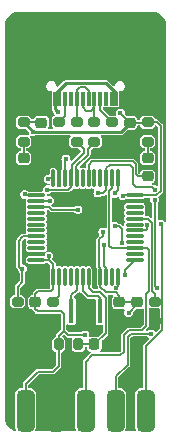
<source format=gbr>
%TF.GenerationSoftware,KiCad,Pcbnew,8.0.1*%
%TF.CreationDate,2024-08-06T23:31:19+08:00*%
%TF.ProjectId,ST-Link-V2.1,53542d4c-696e-46b2-9d56-322e312e6b69,rev?*%
%TF.SameCoordinates,Original*%
%TF.FileFunction,Copper,L1,Top*%
%TF.FilePolarity,Positive*%
%FSLAX46Y46*%
G04 Gerber Fmt 4.6, Leading zero omitted, Abs format (unit mm)*
G04 Created by KiCad (PCBNEW 8.0.1) date 2024-08-06 23:31:19*
%MOMM*%
%LPD*%
G01*
G04 APERTURE LIST*
G04 Aperture macros list*
%AMRoundRect*
0 Rectangle with rounded corners*
0 $1 Rounding radius*
0 $2 $3 $4 $5 $6 $7 $8 $9 X,Y pos of 4 corners*
0 Add a 4 corners polygon primitive as box body*
4,1,4,$2,$3,$4,$5,$6,$7,$8,$9,$2,$3,0*
0 Add four circle primitives for the rounded corners*
1,1,$1+$1,$2,$3*
1,1,$1+$1,$4,$5*
1,1,$1+$1,$6,$7*
1,1,$1+$1,$8,$9*
0 Add four rect primitives between the rounded corners*
20,1,$1+$1,$2,$3,$4,$5,0*
20,1,$1+$1,$4,$5,$6,$7,0*
20,1,$1+$1,$6,$7,$8,$9,0*
20,1,$1+$1,$8,$9,$2,$3,0*%
G04 Aperture macros list end*
%TA.AperFunction,SMDPad,CuDef*%
%ADD10R,0.400000X2.000000*%
%TD*%
%TA.AperFunction,SMDPad,CuDef*%
%ADD11RoundRect,0.375000X-0.375000X-1.375000X0.375000X-1.375000X0.375000X1.375000X-0.375000X1.375000X0*%
%TD*%
%TA.AperFunction,SMDPad,CuDef*%
%ADD12RoundRect,0.218750X0.256250X-0.218750X0.256250X0.218750X-0.256250X0.218750X-0.256250X-0.218750X0*%
%TD*%
%TA.AperFunction,SMDPad,CuDef*%
%ADD13RoundRect,0.075000X0.075000X-0.662500X0.075000X0.662500X-0.075000X0.662500X-0.075000X-0.662500X0*%
%TD*%
%TA.AperFunction,SMDPad,CuDef*%
%ADD14RoundRect,0.075000X0.662500X-0.075000X0.662500X0.075000X-0.662500X0.075000X-0.662500X-0.075000X0*%
%TD*%
%TA.AperFunction,SMDPad,CuDef*%
%ADD15RoundRect,0.200000X-0.275000X0.200000X-0.275000X-0.200000X0.275000X-0.200000X0.275000X0.200000X0*%
%TD*%
%TA.AperFunction,SMDPad,CuDef*%
%ADD16RoundRect,0.200000X0.275000X-0.200000X0.275000X0.200000X-0.275000X0.200000X-0.275000X-0.200000X0*%
%TD*%
%TA.AperFunction,SMDPad,CuDef*%
%ADD17RoundRect,0.200000X-0.200000X-0.275000X0.200000X-0.275000X0.200000X0.275000X-0.200000X0.275000X0*%
%TD*%
%TA.AperFunction,SMDPad,CuDef*%
%ADD18R,0.300000X1.150000*%
%TD*%
%TA.AperFunction,ComponentPad*%
%ADD19O,1.000000X2.100000*%
%TD*%
%TA.AperFunction,ComponentPad*%
%ADD20O,1.000000X1.600000*%
%TD*%
%TA.AperFunction,SMDPad,CuDef*%
%ADD21RoundRect,0.225000X-0.225000X-0.250000X0.225000X-0.250000X0.225000X0.250000X-0.225000X0.250000X0*%
%TD*%
%TA.AperFunction,SMDPad,CuDef*%
%ADD22RoundRect,0.225000X-0.250000X0.225000X-0.250000X-0.225000X0.250000X-0.225000X0.250000X0.225000X0*%
%TD*%
%TA.AperFunction,ViaPad*%
%ADD23C,0.450000*%
%TD*%
%TA.AperFunction,Conductor*%
%ADD24C,0.150000*%
%TD*%
%TA.AperFunction,Conductor*%
%ADD25C,0.250000*%
%TD*%
%TA.AperFunction,Conductor*%
%ADD26C,0.200000*%
%TD*%
G04 APERTURE END LIST*
D10*
%TO.P,Y1,1,INPUT*%
%TO.N,/OSCH_IN*%
X57865000Y-58600000D03*
%TO.P,Y1,2,GND*%
%TO.N,GND*%
X59065000Y-58600000D03*
%TO.P,Y1,3,OUTPUT*%
%TO.N,/OSCH_OUT*%
X60265000Y-58600000D03*
%TD*%
D11*
%TO.P,J2,5,Pin_5*%
%TO.N,/T_NRST*%
X64145000Y-67000000D03*
%TO.P,J2,4,Pin_4*%
%TO.N,/T_JTMS*%
X61605000Y-67000000D03*
%TO.P,J2,3,Pin_3*%
%TO.N,/T_JTCK*%
X59065000Y-67000000D03*
%TO.P,J2,2,Pin_2*%
%TO.N,GND*%
X56525000Y-67000000D03*
%TO.P,J2,1,Pin_1*%
%TO.N,+3.3V*%
X53985000Y-67000000D03*
%TD*%
D12*
%TO.P,D3,2,A*%
%TO.N,Net-(D3-A)*%
X64315000Y-45600000D03*
%TO.P,D3,1,K*%
%TO.N,/STLK_LED*%
X64315000Y-47175000D03*
%TD*%
%TO.P,D2,1,K*%
%TO.N,GND*%
X53815000Y-47175000D03*
%TO.P,D2,2,A*%
%TO.N,Net-(D2-A)*%
X53815000Y-45600000D03*
%TD*%
D13*
%TO.P,U1,1,VBAT*%
%TO.N,+3.3V*%
X56315000Y-55662500D03*
%TO.P,U1,2,PC13*%
%TO.N,Net-(U1-PC13)*%
X56815000Y-55662500D03*
%TO.P,U1,3,PC14*%
%TO.N,unconnected-(U1-PC14-Pad3)*%
X57315000Y-55662500D03*
%TO.P,U1,4,PC15*%
%TO.N,unconnected-(U1-PC15-Pad4)*%
X57815000Y-55662500D03*
%TO.P,U1,5,PD0*%
%TO.N,/OSCH_IN*%
X58315000Y-55662500D03*
%TO.P,U1,6,PD1*%
%TO.N,/OSCH_OUT*%
X58815000Y-55662500D03*
%TO.P,U1,7,NRST*%
%TO.N,/NRST*%
X59315000Y-55662500D03*
%TO.P,U1,8,VSSA*%
%TO.N,GND*%
X59815000Y-55662500D03*
%TO.P,U1,9,VDDA*%
%TO.N,+3.3V*%
X60315000Y-55662500D03*
%TO.P,U1,10,PA0*%
%TO.N,/AIN*%
X60815000Y-55662500D03*
%TO.P,U1,11,PA1*%
%TO.N,unconnected-(U1-PA1-Pad11)*%
X61315000Y-55662500D03*
%TO.P,U1,12,PA2*%
%TO.N,/STLK_RX*%
X61815000Y-55662500D03*
D14*
%TO.P,U1,13,PA3*%
%TO.N,/STLK_TX*%
X63227500Y-54250000D03*
%TO.P,U1,14,PA4*%
%TO.N,unconnected-(U1-PA4-Pad14)*%
X63227500Y-53750000D03*
%TO.P,U1,15,PA5*%
%TO.N,/T_JTCK*%
X63227500Y-53250000D03*
%TO.P,U1,16,PA6*%
%TO.N,/T_JTDO*%
X63227500Y-52750000D03*
%TO.P,U1,17,PA7*%
%TO.N,/T_JTDI*%
X63227500Y-52250000D03*
%TO.P,U1,18,PB0*%
%TO.N,/T_NRST*%
X63227500Y-51750000D03*
%TO.P,U1,19,PB1*%
%TO.N,unconnected-(U1-PB1-Pad19)*%
X63227500Y-51250000D03*
%TO.P,U1,20,PB2*%
%TO.N,Net-(U1-PB2)*%
X63227500Y-50750000D03*
%TO.P,U1,21,PB10*%
%TO.N,unconnected-(U1-PB10-Pad21)*%
X63227500Y-50250000D03*
%TO.P,U1,22,PB11*%
%TO.N,unconnected-(U1-PB11-Pad22)*%
X63227500Y-49750000D03*
%TO.P,U1,23,VSS*%
%TO.N,GND*%
X63227500Y-49250000D03*
%TO.P,U1,24,VDD*%
%TO.N,+3.3V*%
X63227500Y-48750000D03*
D13*
%TO.P,U1,25,PB12*%
%TO.N,/T_SWDIO_IN*%
X61815000Y-47337500D03*
%TO.P,U1,26,PB13*%
%TO.N,/T_JTCK*%
X61315000Y-47337500D03*
%TO.P,U1,27,PB14*%
%TO.N,/T_JTMS*%
X60815000Y-47337500D03*
%TO.P,U1,28,PB15*%
%TO.N,unconnected-(U1-PB15-Pad28)*%
X60315000Y-47337500D03*
%TO.P,U1,29,PA8*%
%TO.N,unconnected-(U1-PA8-Pad29)*%
X59815000Y-47337500D03*
%TO.P,U1,30,PA9*%
%TO.N,/STLK_LED*%
X59315000Y-47337500D03*
%TO.P,U1,31,PA10*%
%TO.N,unconnected-(U1-PA10-Pad31)*%
X58815000Y-47337500D03*
%TO.P,U1,32,PA11*%
%TO.N,/USB_DN*%
X58315000Y-47337500D03*
%TO.P,U1,33,PA12*%
%TO.N,/USB_DP*%
X57815000Y-47337500D03*
%TO.P,U1,34,PA13*%
%TO.N,/SWDIO*%
X57315000Y-47337500D03*
%TO.P,U1,35,VSS*%
%TO.N,GND*%
X56815000Y-47337500D03*
%TO.P,U1,36,VDD*%
%TO.N,+3.3V*%
X56315000Y-47337500D03*
D14*
%TO.P,U1,37,PA14*%
%TO.N,/SWCLK*%
X54902500Y-48750000D03*
%TO.P,U1,38,PA15*%
%TO.N,/USB_RENUMn*%
X54902500Y-49250000D03*
%TO.P,U1,39,PB3*%
%TO.N,/PWR_EXT*%
X54902500Y-49750000D03*
%TO.P,U1,40,PB4*%
%TO.N,unconnected-(U1-PB4-Pad40)*%
X54902500Y-50250000D03*
%TO.P,U1,41,PB5*%
%TO.N,unconnected-(U1-PB5-Pad41)*%
X54902500Y-50750000D03*
%TO.P,U1,42,PB6*%
%TO.N,unconnected-(U1-PB6-Pad42)*%
X54902500Y-51250000D03*
%TO.P,U1,43,PB7*%
%TO.N,unconnected-(U1-PB7-Pad43)*%
X54902500Y-51750000D03*
%TO.P,U1,44,BOOT0*%
%TO.N,/BOOT0*%
X54902500Y-52250000D03*
%TO.P,U1,45,PB8*%
%TO.N,unconnected-(U1-PB8-Pad45)*%
X54902500Y-52750000D03*
%TO.P,U1,46,PB9*%
%TO.N,unconnected-(U1-PB9-Pad46)*%
X54902500Y-53250000D03*
%TO.P,U1,47,VSS*%
%TO.N,GND*%
X54902500Y-53750000D03*
%TO.P,U1,48,VDD*%
%TO.N,+3.3V*%
X54902500Y-54250000D03*
%TD*%
D15*
%TO.P,R19,1*%
%TO.N,+3.3V*%
X64315000Y-42575000D03*
%TO.P,R19,2*%
%TO.N,Net-(D3-A)*%
X64315000Y-44225000D03*
%TD*%
%TO.P,R18,1*%
%TO.N,+3.3V*%
X53815000Y-42575000D03*
%TO.P,R18,2*%
%TO.N,Net-(D2-A)*%
X53815000Y-44225000D03*
%TD*%
D16*
%TO.P,R17,1*%
%TO.N,GND*%
X64915000Y-59425000D03*
%TO.P,R17,2*%
%TO.N,Net-(U1-PB2)*%
X64915000Y-57775000D03*
%TD*%
%TO.P,R7,1*%
%TO.N,GND*%
X56315000Y-59425000D03*
%TO.P,R7,2*%
%TO.N,Net-(U1-PC13)*%
X56315000Y-57775000D03*
%TD*%
D15*
%TO.P,R6,1*%
%TO.N,Net-(J1-D+-PadA6)*%
X58315000Y-42575000D03*
%TO.P,R6,2*%
%TO.N,/USB_DP*%
X58315000Y-44225000D03*
%TD*%
%TO.P,R5,1*%
%TO.N,Net-(J1-D--PadA7)*%
X59815000Y-42575000D03*
%TO.P,R5,2*%
%TO.N,/USB_DN*%
X59815000Y-44225000D03*
%TD*%
%TO.P,R4,1*%
%TO.N,Net-(J1-CC2)*%
X56815000Y-42575000D03*
%TO.P,R4,2*%
%TO.N,GND*%
X56815000Y-44225000D03*
%TD*%
%TO.P,R3,1*%
%TO.N,Net-(J1-CC1)*%
X61315000Y-42575000D03*
%TO.P,R3,2*%
%TO.N,GND*%
X61315000Y-44225000D03*
%TD*%
%TO.P,R2,1*%
%TO.N,/BOOT0*%
X53315000Y-57775000D03*
%TO.P,R2,2*%
%TO.N,GND*%
X53315000Y-59425000D03*
%TD*%
D17*
%TO.P,R1,1*%
%TO.N,+3.3V*%
X56790000Y-61400000D03*
%TO.P,R1,2*%
%TO.N,/NRST*%
X58440000Y-61400000D03*
%TD*%
D18*
%TO.P,J1,A1,GND*%
%TO.N,GND*%
X62415000Y-40585000D03*
%TO.P,J1,A4,VBUS*%
%TO.N,Net-(D1-A)*%
X61615000Y-40585000D03*
%TO.P,J1,A5,CC1*%
%TO.N,Net-(J1-CC1)*%
X60315000Y-40585000D03*
%TO.P,J1,A6,D+*%
%TO.N,Net-(J1-D+-PadA6)*%
X59315000Y-40585000D03*
%TO.P,J1,A7,D-*%
%TO.N,Net-(J1-D--PadA7)*%
X58815000Y-40585000D03*
%TO.P,J1,A8,SBU1*%
%TO.N,unconnected-(J1-SBU1-PadA8)*%
X57815000Y-40585000D03*
%TO.P,J1,A9,VBUS*%
%TO.N,Net-(D1-A)*%
X56515000Y-40585000D03*
%TO.P,J1,A12,GND*%
%TO.N,GND*%
X55715000Y-40585000D03*
%TO.P,J1,B1,GND*%
X56015000Y-40585000D03*
%TO.P,J1,B4,VBUS*%
%TO.N,Net-(D1-A)*%
X56815000Y-40585000D03*
%TO.P,J1,B5,CC2*%
%TO.N,Net-(J1-CC2)*%
X57315000Y-40585000D03*
%TO.P,J1,B6,D+*%
%TO.N,Net-(J1-D+-PadA6)*%
X58315000Y-40585000D03*
%TO.P,J1,B7,D-*%
%TO.N,Net-(J1-D--PadA7)*%
X59815000Y-40585000D03*
%TO.P,J1,B8,SBU2*%
%TO.N,unconnected-(J1-SBU2-PadB8)*%
X60815000Y-40585000D03*
%TO.P,J1,B9,VBUS*%
%TO.N,Net-(D1-A)*%
X61315000Y-40585000D03*
%TO.P,J1,B12,GND*%
%TO.N,GND*%
X62115000Y-40585000D03*
D19*
%TO.P,J1,S1,SHIELD*%
X63385000Y-40020000D03*
D20*
X63385000Y-35840000D03*
D19*
X54745000Y-40020000D03*
D20*
X54745000Y-35840000D03*
%TD*%
D21*
%TO.P,C6,1*%
%TO.N,/NRST*%
X59815000Y-61400000D03*
%TO.P,C6,2*%
%TO.N,GND*%
X61365000Y-61400000D03*
%TD*%
D22*
%TO.P,C5,1*%
%TO.N,+3.3V*%
X63415000Y-57825000D03*
%TO.P,C5,2*%
%TO.N,GND*%
X63415000Y-59375000D03*
%TD*%
%TO.P,C4,1*%
%TO.N,+3.3V*%
X61915000Y-57825000D03*
%TO.P,C4,2*%
%TO.N,GND*%
X61915000Y-59375000D03*
%TD*%
%TO.P,C3,1*%
%TO.N,+3.3V*%
X54815000Y-57825000D03*
%TO.P,C3,2*%
%TO.N,GND*%
X54815000Y-59375000D03*
%TD*%
%TO.P,C2,1*%
%TO.N,+3.3V*%
X62815000Y-42625000D03*
%TO.P,C2,2*%
%TO.N,GND*%
X62815000Y-44175000D03*
%TD*%
%TO.P,C1,1*%
%TO.N,+3.3V*%
X55315000Y-42625000D03*
%TO.P,C1,2*%
%TO.N,GND*%
X55315000Y-44175000D03*
%TD*%
D23*
%TO.N,GND*%
X60200000Y-60100000D03*
X59600000Y-60100000D03*
X58400000Y-60100000D03*
X57800000Y-60100000D03*
%TO.N,+3.3V*%
X62000000Y-41800000D03*
%TO.N,GND*%
X55800000Y-46200000D03*
X55800000Y-45700000D03*
X55800000Y-45200000D03*
%TO.N,/SWDIO*%
X57400000Y-45700000D03*
%TO.N,/SWCLK*%
X53900000Y-48700000D03*
%TO.N,GND*%
X63300000Y-61500000D03*
X63900000Y-60900000D03*
X63300000Y-60900000D03*
X65100000Y-58600000D03*
X63400000Y-58700000D03*
X60615000Y-61700000D03*
X60615000Y-61200000D03*
X64415000Y-50200000D03*
X64415000Y-49700000D03*
X57715000Y-66300000D03*
X57715000Y-66966668D03*
X57715000Y-67633334D03*
X57715000Y-68300000D03*
X55315000Y-66300000D03*
X55315000Y-66966668D03*
X55315000Y-67633334D03*
X55315000Y-68300000D03*
%TO.N,/T_JTMS*%
X64615000Y-60500000D03*
X65115000Y-56600000D03*
X64915000Y-49150000D03*
X64915000Y-48300000D03*
%TO.N,/T_NRST*%
X65415000Y-51200000D03*
X64290000Y-51270498D03*
%TO.N,/STLK_TX*%
X62415000Y-55500000D03*
%TO.N,/STLK_RX*%
X61677012Y-56604836D03*
%TO.N,+3.3V*%
X62700000Y-58700000D03*
%TO.N,GND*%
X63415000Y-45000000D03*
X62748334Y-45000000D03*
X62081668Y-45000000D03*
X59115000Y-54500000D03*
%TO.N,+3.3V*%
X59015000Y-60600000D03*
%TO.N,/USB_DP*%
X55815000Y-48300000D03*
%TO.N,+5V*%
X62115000Y-52800000D03*
X61515000Y-51400000D03*
%TO.N,/BOOT0*%
X53715000Y-55000000D03*
%TO.N,+3.3V*%
X55955920Y-53910046D03*
X60536881Y-51867179D03*
X62215000Y-48800000D03*
X55915000Y-47400000D03*
%TO.N,/T_SWDIO_IN*%
X61515000Y-48600000D03*
%TO.N,Net-(D1-A)*%
X56715000Y-41700000D03*
%TO.N,+3.3V*%
X54615000Y-43375000D03*
%TO.N,/AIN*%
X60615000Y-53000000D03*
%TO.N,/USB_RENUMn*%
X56027500Y-49221716D03*
%TO.N,/PWR_EXT*%
X58415000Y-50000000D03*
%TO.N,/T_JTMS*%
X60105534Y-48575152D03*
%TD*%
D24*
%TO.N,/OSCH_OUT*%
X58815000Y-56850000D02*
X58815000Y-55662500D01*
X60100000Y-57300000D02*
X59265000Y-57300000D01*
X60265000Y-57465000D02*
X60100000Y-57300000D01*
X60265000Y-58500000D02*
X60265000Y-57465000D01*
X59265000Y-57300000D02*
X58815000Y-56850000D01*
%TO.N,/T_JTCK*%
X59615000Y-62300000D02*
X59065000Y-62850000D01*
X59065000Y-62850000D02*
X59065000Y-67000000D01*
X62015000Y-62300000D02*
X59615000Y-62300000D01*
X62315000Y-60600000D02*
X62315000Y-62000000D01*
X62315000Y-62000000D02*
X62015000Y-62300000D01*
X62715000Y-60200000D02*
X62315000Y-60600000D01*
X64215000Y-59800000D02*
X63815000Y-60200000D01*
X64440000Y-56875000D02*
X64215000Y-57100000D01*
X63815000Y-60200000D02*
X62715000Y-60200000D01*
X64440000Y-53425000D02*
X64440000Y-56875000D01*
X64215000Y-57100000D02*
X64215000Y-59800000D01*
X64265000Y-53250000D02*
X64440000Y-53425000D01*
X63227500Y-53250000D02*
X64265000Y-53250000D01*
%TO.N,Net-(U1-PB2)*%
X64690000Y-56882500D02*
X64915000Y-57107500D01*
X64690000Y-51104812D02*
X64690000Y-56882500D01*
X64915000Y-57107500D02*
X64915000Y-57775000D01*
X63227500Y-50750000D02*
X64335188Y-50750000D01*
X64335188Y-50750000D02*
X64690000Y-51104812D01*
%TO.N,+3.3V*%
X57565000Y-60600000D02*
X57215000Y-60250000D01*
X59015000Y-60600000D02*
X57565000Y-60600000D01*
X62000000Y-41810000D02*
X62815000Y-42625000D01*
X62000000Y-41800000D02*
X62000000Y-41810000D01*
%TO.N,/SWDIO*%
X57315000Y-45785000D02*
X57315000Y-47337500D01*
X57400000Y-45700000D02*
X57315000Y-45785000D01*
%TO.N,/SWCLK*%
X53900000Y-48700000D02*
X53950000Y-48750000D01*
X53950000Y-48750000D02*
X54902500Y-48750000D01*
%TO.N,+3.3V*%
X63415000Y-57985000D02*
X63415000Y-57825000D01*
X62700000Y-58700000D02*
X63415000Y-57985000D01*
%TO.N,/T_JTMS*%
X61605000Y-64110000D02*
X61605000Y-67000000D01*
X62615000Y-63100000D02*
X61605000Y-64110000D01*
X62615000Y-60800000D02*
X62615000Y-63100000D01*
X64615000Y-60500000D02*
X62915000Y-60500000D01*
X62915000Y-60500000D02*
X62615000Y-60800000D01*
%TO.N,+3.3V*%
X53985000Y-64730000D02*
X53985000Y-67000000D01*
X55015000Y-63700000D02*
X53985000Y-64730000D01*
X56315000Y-63700000D02*
X55015000Y-63700000D01*
X56790000Y-63225000D02*
X56315000Y-63700000D01*
X56790000Y-61400000D02*
X56790000Y-63225000D01*
%TO.N,/T_JTMS*%
X64940000Y-49175000D02*
X64940000Y-56425000D01*
X64940000Y-56425000D02*
X65115000Y-56600000D01*
X64915000Y-49150000D02*
X64940000Y-49175000D01*
%TO.N,/T_NRST*%
X64165000Y-51750000D02*
X63227500Y-51750000D01*
X64290000Y-51270498D02*
X64290000Y-51625000D01*
X64290000Y-51625000D02*
X64165000Y-51750000D01*
%TO.N,/T_JTMS*%
X64415000Y-48100000D02*
X64715000Y-48100000D01*
X63315000Y-48100000D02*
X64415000Y-48100000D01*
X64715000Y-48100000D02*
X64915000Y-48300000D01*
X63215000Y-48000000D02*
X63315000Y-48100000D01*
X63065000Y-47850000D02*
X63215000Y-48000000D01*
X63065000Y-47000000D02*
X63065000Y-47850000D01*
%TO.N,/T_NRST*%
X65565000Y-51350000D02*
X65415000Y-51200000D01*
X64145000Y-61570000D02*
X65565000Y-60150000D01*
X65565000Y-60150000D02*
X65565000Y-51350000D01*
X64145000Y-67000000D02*
X64145000Y-61570000D01*
%TO.N,/T_JTMS*%
X61115000Y-46200000D02*
X62815000Y-46200000D01*
X62815000Y-46200000D02*
X63065000Y-46450000D01*
X60815000Y-47337500D02*
X60815000Y-46500000D01*
X60815000Y-46500000D02*
X61115000Y-46200000D01*
X63065000Y-46450000D02*
X63065000Y-47000000D01*
%TO.N,/STLK_TX*%
X62415000Y-55062500D02*
X63227500Y-54250000D01*
X62415000Y-55500000D02*
X62415000Y-55062500D01*
%TO.N,/STLK_RX*%
X61815000Y-56466848D02*
X61677012Y-56604836D01*
X61815000Y-55662500D02*
X61815000Y-56466848D01*
%TO.N,/NRST*%
X60765000Y-60450000D02*
X59815000Y-61400000D01*
X60265000Y-56950000D02*
X60765000Y-57450000D01*
X59665000Y-56950000D02*
X60265000Y-56950000D01*
X59315000Y-56600000D02*
X59665000Y-56950000D01*
X60765000Y-57450000D02*
X60765000Y-60450000D01*
X59315000Y-55662500D02*
X59315000Y-56600000D01*
%TO.N,GND*%
X59245632Y-54500000D02*
X59815000Y-55069368D01*
X59115000Y-54500000D02*
X59245632Y-54500000D01*
X59815000Y-55069368D02*
X59815000Y-55662500D01*
%TO.N,/NRST*%
X58440000Y-61400000D02*
X59815000Y-61400000D01*
%TO.N,+3.3V*%
X57215000Y-58800000D02*
X57215000Y-60250000D01*
X56790000Y-60675000D02*
X56790000Y-61400000D01*
X57015000Y-58600000D02*
X57215000Y-58800000D01*
X57215000Y-60250000D02*
X56790000Y-60675000D01*
X54815000Y-58400000D02*
X55015000Y-58600000D01*
X54815000Y-57825000D02*
X54815000Y-58400000D01*
X55015000Y-58600000D02*
X57015000Y-58600000D01*
X61915000Y-57825000D02*
X63415000Y-57825000D01*
X61915000Y-57300000D02*
X61915000Y-57825000D01*
X61615000Y-57000000D02*
X61915000Y-57300000D01*
X60315000Y-56546446D02*
X60768553Y-57000000D01*
X60315000Y-55662500D02*
X60315000Y-56546446D01*
X60768553Y-57000000D02*
X61615000Y-57000000D01*
X54815000Y-57100000D02*
X54815000Y-57825000D01*
X56115000Y-56900000D02*
X55015000Y-56900000D01*
X55015000Y-56900000D02*
X54815000Y-57100000D01*
X56315000Y-56700000D02*
X56115000Y-56900000D01*
X56315000Y-55662500D02*
X56315000Y-56700000D01*
%TO.N,/USB_DP*%
X57589999Y-48300000D02*
X57815000Y-48074999D01*
X57815000Y-48074999D02*
X57815000Y-47337500D01*
X55815000Y-48300000D02*
X57589999Y-48300000D01*
%TO.N,/BOOT0*%
X53315000Y-56500000D02*
X53715000Y-56100000D01*
X53315000Y-57775000D02*
X53315000Y-56500000D01*
X53715000Y-56100000D02*
X53715000Y-55000000D01*
%TO.N,+5V*%
X61915000Y-51400000D02*
X62115000Y-51600000D01*
X62115000Y-51600000D02*
X62115000Y-52800000D01*
X61515000Y-51400000D02*
X61915000Y-51400000D01*
%TO.N,/T_JTMS*%
X60515000Y-48600000D02*
X60815000Y-48300000D01*
X60130382Y-48600000D02*
X60515000Y-48600000D01*
X60105534Y-48575152D02*
X60130382Y-48600000D01*
X60815000Y-48300000D02*
X60815000Y-47337500D01*
%TO.N,/BOOT0*%
X53415000Y-54800000D02*
X53615000Y-55000000D01*
X53715000Y-52300000D02*
X53415000Y-52600000D01*
X53765000Y-52250000D02*
X53715000Y-52300000D01*
X53615000Y-55000000D02*
X53715000Y-55000000D01*
X54902500Y-52250000D02*
X53765000Y-52250000D01*
X53415000Y-52600000D02*
X53415000Y-54800000D01*
%TO.N,+3.3V*%
X55955920Y-54240920D02*
X55965000Y-54250000D01*
X55955920Y-53910046D02*
X55955920Y-54240920D01*
X60215000Y-52500000D02*
X60536881Y-52178119D01*
X60536881Y-52178119D02*
X60536881Y-51867179D01*
X60215000Y-54825001D02*
X60215000Y-52500000D01*
X60315000Y-54925001D02*
X60215000Y-54825001D01*
X60315000Y-55662500D02*
X60315000Y-54925001D01*
X56315000Y-54600000D02*
X56315000Y-55662500D01*
X55965000Y-54250000D02*
X56315000Y-54600000D01*
X54902500Y-54250000D02*
X55965000Y-54250000D01*
%TO.N,/T_JTCK*%
X61265000Y-53250000D02*
X63227500Y-53250000D01*
X61315000Y-48134314D02*
X61065000Y-48384314D01*
X61065000Y-48384314D02*
X61065000Y-53050000D01*
X61065000Y-53050000D02*
X61265000Y-53250000D01*
X61315000Y-47337500D02*
X61315000Y-48134314D01*
%TO.N,/T_SWDIO_IN*%
X61815000Y-48300000D02*
X61815000Y-47337500D01*
X61515000Y-48600000D02*
X61815000Y-48300000D01*
%TO.N,+3.3V*%
X62265000Y-48750000D02*
X63227500Y-48750000D01*
X62215000Y-48800000D02*
X62265000Y-48750000D01*
X55977500Y-47337500D02*
X55915000Y-47400000D01*
X56315000Y-47337500D02*
X55977500Y-47337500D01*
D25*
%TO.N,Net-(D1-A)*%
X56515000Y-41500000D02*
X56715000Y-41700000D01*
X56515000Y-40585000D02*
X56515000Y-41500000D01*
X61615000Y-40100000D02*
X61615000Y-40585000D01*
X60815000Y-39300000D02*
X61615000Y-40100000D01*
X57375000Y-39300000D02*
X60815000Y-39300000D01*
X56515000Y-40160000D02*
X57375000Y-39300000D01*
X56515000Y-40585000D02*
X56515000Y-40160000D01*
%TO.N,+3.3V*%
X54615000Y-43375000D02*
X53815000Y-42575000D01*
X62040000Y-43400000D02*
X62815000Y-42625000D01*
X54615000Y-43375000D02*
X54640000Y-43400000D01*
X54640000Y-43400000D02*
X62040000Y-43400000D01*
D24*
X55265000Y-42575000D02*
X55315000Y-42625000D01*
X53815000Y-42575000D02*
X55265000Y-42575000D01*
X65065000Y-48750000D02*
X63227500Y-48750000D01*
X65090000Y-42575000D02*
X65415000Y-42900000D01*
X65415000Y-48400000D02*
X65065000Y-48750000D01*
X64315000Y-42575000D02*
X65090000Y-42575000D01*
X65415000Y-42900000D02*
X65415000Y-48400000D01*
X64265000Y-42625000D02*
X64315000Y-42575000D01*
X62815000Y-42625000D02*
X64265000Y-42625000D01*
%TO.N,/AIN*%
X60615000Y-54725001D02*
X60615000Y-53000000D01*
X60815000Y-54925001D02*
X60615000Y-54725001D01*
X60815000Y-55662500D02*
X60815000Y-54925001D01*
%TO.N,/OSCH_IN*%
X57865000Y-57250000D02*
X58315000Y-56800000D01*
X57865000Y-58500000D02*
X57865000Y-57250000D01*
X58315000Y-56800000D02*
X58315000Y-55662500D01*
%TO.N,Net-(U1-PC13)*%
X56815000Y-57275000D02*
X56315000Y-57775000D01*
X56815000Y-55662500D02*
X56815000Y-57275000D01*
%TO.N,/USB_RENUMn*%
X56027500Y-49221716D02*
X55999216Y-49250000D01*
X55999216Y-49250000D02*
X54902500Y-49250000D01*
%TO.N,/PWR_EXT*%
X57615000Y-50000000D02*
X58415000Y-50000000D01*
X56115000Y-49900000D02*
X56215000Y-50000000D01*
X55965000Y-49750000D02*
X56115000Y-49900000D01*
X56215000Y-50000000D02*
X57615000Y-50000000D01*
X54902500Y-49750000D02*
X55965000Y-49750000D01*
%TO.N,/STLK_LED*%
X63490000Y-47175000D02*
X64315000Y-47175000D01*
X63315000Y-46150000D02*
X63315000Y-47000000D01*
X59615000Y-45900000D02*
X63065000Y-45900000D01*
X63065000Y-45900000D02*
X63315000Y-46150000D01*
X59315000Y-46200000D02*
X59615000Y-45900000D01*
X59315000Y-47337500D02*
X59315000Y-46200000D01*
X63315000Y-47000000D02*
X63490000Y-47175000D01*
%TO.N,Net-(D3-A)*%
X64315000Y-44225000D02*
X64315000Y-45600000D01*
%TO.N,Net-(D2-A)*%
X53815000Y-44225000D02*
X53815000Y-45600000D01*
%TO.N,Net-(J1-D--PadA7)*%
X58815000Y-40585000D02*
X58815000Y-41310000D01*
X58815000Y-41310000D02*
X59105000Y-41600000D01*
X59815000Y-41300000D02*
X59815000Y-40585000D01*
X59515000Y-41600000D02*
X59815000Y-41300000D01*
X59105000Y-41600000D02*
X59515000Y-41600000D01*
%TO.N,Net-(J1-D+-PadA6)*%
X59315000Y-39900000D02*
X59315000Y-40585000D01*
X59015000Y-39600000D02*
X59315000Y-39900000D01*
X58575000Y-39600000D02*
X59015000Y-39600000D01*
X58315000Y-39860000D02*
X58575000Y-39600000D01*
X58315000Y-40585000D02*
X58315000Y-39860000D01*
%TO.N,Net-(J1-D--PadA7)*%
X59815000Y-42575000D02*
X59815000Y-40585000D01*
%TO.N,Net-(J1-D+-PadA6)*%
X58315000Y-42575000D02*
X58315000Y-40585000D01*
%TO.N,Net-(J1-CC1)*%
X61315000Y-42575000D02*
X60315000Y-41575000D01*
X60315000Y-41575000D02*
X60315000Y-40585000D01*
%TO.N,Net-(J1-CC2)*%
X57315000Y-42075000D02*
X57315000Y-40585000D01*
X56815000Y-42575000D02*
X57315000Y-42075000D01*
D26*
%TO.N,/USB_DN*%
X58240000Y-46675000D02*
X58315000Y-46750000D01*
X58240000Y-46322488D02*
X58240000Y-46675000D01*
X59240000Y-45322488D02*
X58240000Y-46322488D01*
X59240000Y-44875000D02*
X59240000Y-45322488D01*
X59815000Y-44300000D02*
X59240000Y-44875000D01*
X59815000Y-44225000D02*
X59815000Y-44300000D01*
%TO.N,/USB_DP*%
X57815000Y-46750000D02*
X57815000Y-47337500D01*
X57890000Y-46675000D02*
X57815000Y-46750000D01*
X57890000Y-46177512D02*
X57890000Y-46675000D01*
X58890000Y-44875000D02*
X58890000Y-45177512D01*
X58315000Y-44300000D02*
X58890000Y-44875000D01*
%TO.N,/USB_DN*%
X58315000Y-46750000D02*
X58315000Y-47337500D01*
%TO.N,/USB_DP*%
X58890000Y-45177512D02*
X57890000Y-46177512D01*
X58315000Y-44225000D02*
X58315000Y-44300000D01*
%TD*%
%TA.AperFunction,Conductor*%
%TO.N,GND*%
G36*
X57267326Y-60621231D02*
G01*
X57369609Y-60723514D01*
X57369612Y-60723518D01*
X57373830Y-60727736D01*
X57437264Y-60791170D01*
X57455258Y-60798623D01*
X57455259Y-60798624D01*
X57455260Y-60798624D01*
X57520146Y-60825501D01*
X57520147Y-60825501D01*
X57618467Y-60825501D01*
X57618475Y-60825500D01*
X57877729Y-60825500D01*
X57930055Y-60847174D01*
X57951729Y-60899500D01*
X57944210Y-60932000D01*
X57899427Y-61023604D01*
X57899427Y-61023606D01*
X57889500Y-61091735D01*
X57889500Y-61708264D01*
X57899427Y-61776393D01*
X57899427Y-61776394D01*
X57950801Y-61881482D01*
X57950802Y-61881483D01*
X58033517Y-61964198D01*
X58138607Y-62015573D01*
X58206740Y-62025500D01*
X58206746Y-62025500D01*
X58673254Y-62025500D01*
X58673260Y-62025500D01*
X58741393Y-62015573D01*
X58846483Y-61964198D01*
X58929198Y-61881483D01*
X58980573Y-61776393D01*
X58990500Y-61708260D01*
X58990500Y-61699500D01*
X59012174Y-61647174D01*
X59064500Y-61625500D01*
X59141739Y-61625500D01*
X59194065Y-61647174D01*
X59214965Y-61688829D01*
X59217797Y-61708264D01*
X59225134Y-61758625D01*
X59225134Y-61758626D01*
X59280173Y-61871210D01*
X59280174Y-61871211D01*
X59368789Y-61959826D01*
X59455328Y-62002132D01*
X59492818Y-62044585D01*
X59489309Y-62101113D01*
X59475154Y-62120939D01*
X58937265Y-62658829D01*
X58873831Y-62722263D01*
X58873830Y-62722265D01*
X58839499Y-62805144D01*
X58839499Y-62903466D01*
X58839500Y-62903475D01*
X58839500Y-65025500D01*
X58817826Y-65077826D01*
X58765500Y-65099500D01*
X58648855Y-65099500D01*
X58564409Y-65109641D01*
X58430027Y-65162634D01*
X58314922Y-65249922D01*
X58227634Y-65365027D01*
X58174641Y-65499409D01*
X58164500Y-65583854D01*
X58164500Y-68416145D01*
X58174641Y-68500590D01*
X58227637Y-68634978D01*
X58230030Y-68639234D01*
X58236781Y-68695467D01*
X58201792Y-68740004D01*
X58165526Y-68749500D01*
X54884474Y-68749500D01*
X54832148Y-68727826D01*
X54810474Y-68675500D01*
X54819970Y-68639234D01*
X54822362Y-68634978D01*
X54822362Y-68634977D01*
X54822364Y-68634975D01*
X54875359Y-68500590D01*
X54884717Y-68422667D01*
X54885500Y-68416145D01*
X54885500Y-65583854D01*
X54883325Y-65565746D01*
X54875359Y-65499410D01*
X54822364Y-65365025D01*
X54735078Y-65249922D01*
X54619975Y-65162636D01*
X54619974Y-65162635D01*
X54619972Y-65162634D01*
X54485590Y-65109641D01*
X54401145Y-65099500D01*
X54401144Y-65099500D01*
X54284500Y-65099500D01*
X54232174Y-65077826D01*
X54210500Y-65025500D01*
X54210500Y-64854057D01*
X54232174Y-64801731D01*
X55086731Y-63947174D01*
X55139057Y-63925500D01*
X56261525Y-63925500D01*
X56261533Y-63925501D01*
X56270145Y-63925501D01*
X56359854Y-63925501D01*
X56359855Y-63925501D01*
X56418460Y-63901225D01*
X56442736Y-63891170D01*
X56506170Y-63827736D01*
X56506170Y-63827735D01*
X56516575Y-63817330D01*
X56516576Y-63817327D01*
X56981170Y-63352736D01*
X57015500Y-63269855D01*
X57015500Y-63180146D01*
X57015500Y-62090629D01*
X57037174Y-62038303D01*
X57078831Y-62017403D01*
X57091393Y-62015573D01*
X57196483Y-61964198D01*
X57279198Y-61881483D01*
X57330573Y-61776393D01*
X57340500Y-61708260D01*
X57340500Y-61091740D01*
X57330573Y-61023607D01*
X57279198Y-60918517D01*
X57196483Y-60835802D01*
X57171247Y-60823465D01*
X57122770Y-60799766D01*
X57085280Y-60757313D01*
X57088790Y-60700784D01*
X57102946Y-60680959D01*
X57162675Y-60621231D01*
X57215001Y-60599557D01*
X57267326Y-60621231D01*
G37*
%TD.AperFunction*%
%TA.AperFunction,Conductor*%
G36*
X64331136Y-60747174D02*
G01*
X64391535Y-60807573D01*
X64431281Y-60827824D01*
X64468062Y-60870889D01*
X64463619Y-60927352D01*
X64450010Y-60946083D01*
X64017265Y-61378829D01*
X63953831Y-61442263D01*
X63953830Y-61442265D01*
X63919499Y-61525144D01*
X63919499Y-61623466D01*
X63919500Y-61623475D01*
X63919500Y-65025500D01*
X63897826Y-65077826D01*
X63845500Y-65099500D01*
X63728855Y-65099500D01*
X63644409Y-65109641D01*
X63510027Y-65162634D01*
X63394922Y-65249922D01*
X63307634Y-65365027D01*
X63254641Y-65499409D01*
X63244500Y-65583854D01*
X63244500Y-68416145D01*
X63254641Y-68500590D01*
X63307637Y-68634978D01*
X63310030Y-68639234D01*
X63316781Y-68695467D01*
X63281792Y-68740004D01*
X63245526Y-68749500D01*
X62504474Y-68749500D01*
X62452148Y-68727826D01*
X62430474Y-68675500D01*
X62439970Y-68639234D01*
X62442362Y-68634978D01*
X62442362Y-68634977D01*
X62442364Y-68634975D01*
X62495359Y-68500590D01*
X62504717Y-68422667D01*
X62505500Y-68416145D01*
X62505500Y-65583854D01*
X62503325Y-65565746D01*
X62495359Y-65499410D01*
X62442364Y-65365025D01*
X62355078Y-65249922D01*
X62239975Y-65162636D01*
X62239974Y-65162635D01*
X62239972Y-65162634D01*
X62105590Y-65109641D01*
X62021145Y-65099500D01*
X62021144Y-65099500D01*
X61904500Y-65099500D01*
X61852174Y-65077826D01*
X61830500Y-65025500D01*
X61830500Y-64234056D01*
X61852173Y-64181731D01*
X62732327Y-63301576D01*
X62732330Y-63301575D01*
X62742735Y-63291170D01*
X62742736Y-63291170D01*
X62806170Y-63227736D01*
X62825882Y-63180146D01*
X62840501Y-63144854D01*
X62840501Y-63055145D01*
X62840501Y-63049187D01*
X62840500Y-63049173D01*
X62840500Y-60924057D01*
X62862174Y-60871731D01*
X62986731Y-60747174D01*
X63039057Y-60725500D01*
X64278810Y-60725500D01*
X64331136Y-60747174D01*
G37*
%TD.AperFunction*%
%TA.AperFunction,Conductor*%
G36*
X64963422Y-33252545D02*
G01*
X65005944Y-33262755D01*
X65016988Y-33266344D01*
X65194613Y-33339924D01*
X65204943Y-33345187D01*
X65368894Y-33445662D01*
X65378276Y-33452479D01*
X65524472Y-33577347D01*
X65532683Y-33585558D01*
X65657546Y-33731759D01*
X65664371Y-33741153D01*
X65764827Y-33905088D01*
X65770098Y-33915434D01*
X65843672Y-34093060D01*
X65847260Y-34104103D01*
X65862455Y-34167394D01*
X65864500Y-34184669D01*
X65864500Y-50946851D01*
X65842826Y-50999177D01*
X65790500Y-51020851D01*
X65738174Y-50999177D01*
X65724568Y-50980451D01*
X65722573Y-50976535D01*
X65638465Y-50892427D01*
X65549712Y-50847205D01*
X65532483Y-50838426D01*
X65415000Y-50819819D01*
X65297517Y-50838426D01*
X65273095Y-50850870D01*
X65216633Y-50855313D01*
X65173565Y-50818530D01*
X65165500Y-50784935D01*
X65165500Y-49461190D01*
X65187174Y-49408864D01*
X65222573Y-49373465D01*
X65276574Y-49267482D01*
X65295181Y-49150000D01*
X65276574Y-49032518D01*
X65241849Y-48964368D01*
X65237406Y-48907906D01*
X65255458Y-48878447D01*
X65256170Y-48877736D01*
X65256170Y-48877735D01*
X65266575Y-48867330D01*
X65266577Y-48867327D01*
X65532327Y-48601577D01*
X65532330Y-48601575D01*
X65542735Y-48591170D01*
X65542736Y-48591170D01*
X65606170Y-48527736D01*
X65618228Y-48498625D01*
X65629147Y-48472265D01*
X65629147Y-48472264D01*
X65640501Y-48444854D01*
X65640501Y-48349187D01*
X65640500Y-48349173D01*
X65640500Y-42855145D01*
X65640499Y-42855143D01*
X65634312Y-42840207D01*
X65622029Y-42810551D01*
X65606171Y-42772266D01*
X65606169Y-42772263D01*
X65542735Y-42708829D01*
X65291578Y-42457673D01*
X65291578Y-42457672D01*
X65217738Y-42383832D01*
X65217736Y-42383830D01*
X65193460Y-42373774D01*
X65193458Y-42373773D01*
X65193458Y-42373772D01*
X65134855Y-42349499D01*
X65045145Y-42349499D01*
X65036533Y-42349499D01*
X65036525Y-42349500D01*
X65005630Y-42349500D01*
X64953304Y-42327826D01*
X64932403Y-42286170D01*
X64930573Y-42273607D01*
X64879198Y-42168517D01*
X64796483Y-42085802D01*
X64796482Y-42085801D01*
X64691394Y-42034427D01*
X64623264Y-42024500D01*
X64623260Y-42024500D01*
X64006740Y-42024500D01*
X64006735Y-42024500D01*
X63938606Y-42034427D01*
X63938605Y-42034427D01*
X63833517Y-42085801D01*
X63750801Y-42168517D01*
X63699427Y-42273605D01*
X63699427Y-42273606D01*
X63699427Y-42273607D01*
X63691528Y-42327826D01*
X63690312Y-42336169D01*
X63661320Y-42384823D01*
X63617085Y-42399500D01*
X63509619Y-42399500D01*
X63457293Y-42377826D01*
X63436392Y-42336169D01*
X63436197Y-42334829D01*
X63429866Y-42291375D01*
X63374826Y-42178789D01*
X63286211Y-42090174D01*
X63286210Y-42090173D01*
X63173626Y-42035134D01*
X63100640Y-42024500D01*
X63100636Y-42024500D01*
X62564057Y-42024500D01*
X62511731Y-42002826D01*
X62397096Y-41888191D01*
X62375422Y-41835865D01*
X62376331Y-41824301D01*
X62380181Y-41800000D01*
X62361574Y-41682518D01*
X62307573Y-41576535D01*
X62223465Y-41492427D01*
X62157975Y-41459058D01*
X62117483Y-41438426D01*
X62000000Y-41419819D01*
X61882517Y-41438426D01*
X61882516Y-41438426D01*
X61776533Y-41492428D01*
X61692428Y-41576533D01*
X61638426Y-41682516D01*
X61638426Y-41682517D01*
X61620127Y-41798058D01*
X61619819Y-41800000D01*
X61627291Y-41847175D01*
X61638426Y-41917482D01*
X61640226Y-41923023D01*
X61638652Y-41923534D01*
X61642575Y-41973366D01*
X61605793Y-42016434D01*
X61572197Y-42024500D01*
X61114057Y-42024500D01*
X61061731Y-42002826D01*
X60562174Y-41503269D01*
X60540500Y-41450943D01*
X60540500Y-41378852D01*
X60562174Y-41326526D01*
X60614500Y-41304852D01*
X60628932Y-41306273D01*
X60650180Y-41310500D01*
X60650182Y-41310500D01*
X60979819Y-41310500D01*
X60979820Y-41310500D01*
X61023722Y-41301767D01*
X61023884Y-41301658D01*
X61024076Y-41301620D01*
X61030456Y-41298978D01*
X61030981Y-41300246D01*
X61079429Y-41290604D01*
X61106113Y-41301657D01*
X61106278Y-41301767D01*
X61150180Y-41310500D01*
X61150181Y-41310500D01*
X61779819Y-41310500D01*
X61779820Y-41310500D01*
X61823722Y-41301767D01*
X61873504Y-41268504D01*
X61906767Y-41218722D01*
X61915500Y-41174820D01*
X61915500Y-40019500D01*
X61937174Y-39967174D01*
X61989500Y-39945500D01*
X62011020Y-39945500D01*
X62011020Y-39945499D01*
X62119237Y-39916503D01*
X62216263Y-39860485D01*
X62295485Y-39781263D01*
X62351503Y-39684237D01*
X62380499Y-39576020D01*
X62380500Y-39576020D01*
X62380500Y-39463980D01*
X62380499Y-39463979D01*
X62351504Y-39355767D01*
X62351503Y-39355763D01*
X62295485Y-39258737D01*
X62216263Y-39179515D01*
X62119241Y-39123499D01*
X62119232Y-39123495D01*
X62011020Y-39094500D01*
X62011018Y-39094500D01*
X61898982Y-39094500D01*
X61898980Y-39094500D01*
X61790767Y-39123495D01*
X61790758Y-39123499D01*
X61693736Y-39179515D01*
X61614515Y-39258736D01*
X61558499Y-39355758D01*
X61558495Y-39355767D01*
X61528669Y-39467077D01*
X61494190Y-39512010D01*
X61438038Y-39519402D01*
X61404865Y-39500250D01*
X60971060Y-39066445D01*
X60971055Y-39066441D01*
X60971051Y-39066440D01*
X60971037Y-39066433D01*
X60869800Y-39024500D01*
X57429800Y-39024500D01*
X57320200Y-39024500D01*
X57218944Y-39066440D01*
X56726826Y-39558558D01*
X56674500Y-39580232D01*
X56622174Y-39558558D01*
X56600500Y-39506232D01*
X56600500Y-39463980D01*
X56600499Y-39463979D01*
X56571504Y-39355767D01*
X56571503Y-39355763D01*
X56515485Y-39258737D01*
X56436263Y-39179515D01*
X56339241Y-39123499D01*
X56339232Y-39123495D01*
X56231020Y-39094500D01*
X56231018Y-39094500D01*
X56118982Y-39094500D01*
X56118980Y-39094500D01*
X56010767Y-39123495D01*
X56010758Y-39123499D01*
X55913736Y-39179515D01*
X55834515Y-39258736D01*
X55778499Y-39355758D01*
X55778495Y-39355767D01*
X55749500Y-39463979D01*
X55749500Y-39576020D01*
X55778495Y-39684232D01*
X55778496Y-39684235D01*
X55778497Y-39684237D01*
X55834515Y-39781263D01*
X55913737Y-39860485D01*
X56010763Y-39916503D01*
X56118979Y-39945499D01*
X56118980Y-39945500D01*
X56118982Y-39945500D01*
X56140500Y-39945500D01*
X56192826Y-39967174D01*
X56214500Y-40019500D01*
X56214500Y-41174819D01*
X56223233Y-41218723D01*
X56227027Y-41224401D01*
X56239500Y-41265515D01*
X56239500Y-41554800D01*
X56281443Y-41656058D01*
X56307901Y-41682516D01*
X56319593Y-41694208D01*
X56340355Y-41734957D01*
X56353425Y-41817481D01*
X56353426Y-41817482D01*
X56407427Y-41923465D01*
X56418905Y-41934943D01*
X56440579Y-41987269D01*
X56418905Y-42039595D01*
X56399080Y-42053750D01*
X56333516Y-42085802D01*
X56250801Y-42168517D01*
X56199427Y-42273605D01*
X56199427Y-42273606D01*
X56189500Y-42341735D01*
X56189500Y-42808264D01*
X56199427Y-42876393D01*
X56199427Y-42876394D01*
X56250801Y-42981482D01*
X56267493Y-42998174D01*
X56289167Y-43050500D01*
X56267493Y-43102826D01*
X56215167Y-43124500D01*
X55967320Y-43124500D01*
X55914994Y-43102826D01*
X55893320Y-43050500D01*
X55900838Y-43018002D01*
X55929866Y-42958625D01*
X55940500Y-42885636D01*
X55940500Y-42364364D01*
X55929866Y-42291375D01*
X55874826Y-42178789D01*
X55786211Y-42090174D01*
X55786210Y-42090173D01*
X55673626Y-42035134D01*
X55600640Y-42024500D01*
X55600636Y-42024500D01*
X55029364Y-42024500D01*
X55029359Y-42024500D01*
X54956374Y-42035134D01*
X54956373Y-42035134D01*
X54843789Y-42090173D01*
X54755173Y-42178789D01*
X54700133Y-42291375D01*
X54698438Y-42296864D01*
X54695131Y-42295842D01*
X54671893Y-42334829D01*
X54627666Y-42349500D01*
X54505630Y-42349500D01*
X54453304Y-42327826D01*
X54432403Y-42286170D01*
X54430573Y-42273607D01*
X54379198Y-42168517D01*
X54296483Y-42085802D01*
X54296482Y-42085801D01*
X54191394Y-42034427D01*
X54123264Y-42024500D01*
X54123260Y-42024500D01*
X53506740Y-42024500D01*
X53506735Y-42024500D01*
X53438606Y-42034427D01*
X53438605Y-42034427D01*
X53333517Y-42085801D01*
X53250801Y-42168517D01*
X53199427Y-42273605D01*
X53199427Y-42273606D01*
X53189500Y-42341735D01*
X53189500Y-42808264D01*
X53199427Y-42876393D01*
X53199427Y-42876394D01*
X53250801Y-42981482D01*
X53250802Y-42981483D01*
X53333517Y-43064198D01*
X53438607Y-43115573D01*
X53506740Y-43125500D01*
X53945233Y-43125500D01*
X53997559Y-43147174D01*
X54219592Y-43369207D01*
X54240355Y-43409957D01*
X54253425Y-43492481D01*
X54253426Y-43492482D01*
X54303688Y-43591127D01*
X54308132Y-43647589D01*
X54271349Y-43690656D01*
X54214887Y-43695100D01*
X54205254Y-43691203D01*
X54191395Y-43684428D01*
X54191393Y-43684427D01*
X54123264Y-43674500D01*
X54123260Y-43674500D01*
X53506740Y-43674500D01*
X53506735Y-43674500D01*
X53438606Y-43684427D01*
X53438605Y-43684427D01*
X53333517Y-43735801D01*
X53250801Y-43818517D01*
X53199427Y-43923605D01*
X53199427Y-43923606D01*
X53189500Y-43991735D01*
X53189500Y-44458264D01*
X53199427Y-44526393D01*
X53199427Y-44526394D01*
X53250801Y-44631482D01*
X53250802Y-44631483D01*
X53333517Y-44714198D01*
X53438607Y-44765573D01*
X53506740Y-44775500D01*
X53515500Y-44775500D01*
X53567826Y-44797174D01*
X53589500Y-44849500D01*
X53589500Y-44938415D01*
X53567826Y-44990741D01*
X53526168Y-45011642D01*
X53451937Y-45022455D01*
X53451931Y-45022457D01*
X53341220Y-45076580D01*
X53254080Y-45163720D01*
X53199957Y-45274431D01*
X53199957Y-45274432D01*
X53189500Y-45346200D01*
X53189500Y-45853794D01*
X53199955Y-45925561D01*
X53199957Y-45925568D01*
X53254080Y-46036279D01*
X53254081Y-46036280D01*
X53341220Y-46123419D01*
X53451933Y-46177543D01*
X53523705Y-46188000D01*
X54106294Y-46187999D01*
X54178061Y-46177544D01*
X54178061Y-46177543D01*
X54178067Y-46177543D01*
X54288780Y-46123419D01*
X54375919Y-46036280D01*
X54430043Y-45925567D01*
X54440500Y-45853795D01*
X54440499Y-45346206D01*
X54430043Y-45274433D01*
X54375919Y-45163720D01*
X54288780Y-45076581D01*
X54288779Y-45076580D01*
X54178068Y-45022457D01*
X54103831Y-45011641D01*
X54055176Y-44982649D01*
X54040500Y-44938414D01*
X54040500Y-44849500D01*
X54062174Y-44797174D01*
X54114500Y-44775500D01*
X54123254Y-44775500D01*
X54123260Y-44775500D01*
X54191393Y-44765573D01*
X54296483Y-44714198D01*
X54379198Y-44631483D01*
X54430573Y-44526393D01*
X54440500Y-44458260D01*
X54440500Y-43991740D01*
X54430573Y-43923607D01*
X54383883Y-43828100D01*
X54380374Y-43771572D01*
X54417864Y-43729119D01*
X54474392Y-43725610D01*
X54483961Y-43729666D01*
X54497518Y-43736574D01*
X54615000Y-43755181D01*
X54732482Y-43736574D01*
X54836517Y-43683565D01*
X54870111Y-43675500D01*
X57715167Y-43675500D01*
X57767493Y-43697174D01*
X57789167Y-43749500D01*
X57767493Y-43801826D01*
X57750801Y-43818517D01*
X57699427Y-43923605D01*
X57699427Y-43923606D01*
X57689500Y-43991735D01*
X57689500Y-44458264D01*
X57699427Y-44526393D01*
X57699427Y-44526394D01*
X57750801Y-44631482D01*
X57750802Y-44631483D01*
X57833517Y-44714198D01*
X57938607Y-44765573D01*
X58006740Y-44775500D01*
X58405588Y-44775500D01*
X58457914Y-44797174D01*
X58617826Y-44957086D01*
X58639500Y-45009412D01*
X58639500Y-45043098D01*
X58617826Y-45095424D01*
X57897362Y-45815887D01*
X57845036Y-45837561D01*
X57792710Y-45815887D01*
X57771036Y-45763561D01*
X57771946Y-45751992D01*
X57780181Y-45700000D01*
X57761574Y-45582518D01*
X57707573Y-45476535D01*
X57623465Y-45392427D01*
X57571484Y-45365941D01*
X57517483Y-45338426D01*
X57400000Y-45319819D01*
X57282517Y-45338426D01*
X57282516Y-45338426D01*
X57176533Y-45392428D01*
X57092428Y-45476533D01*
X57038426Y-45582516D01*
X57038426Y-45582517D01*
X57019819Y-45700000D01*
X57038425Y-45817480D01*
X57038425Y-45817481D01*
X57038426Y-45817482D01*
X57081434Y-45901891D01*
X57089500Y-45935484D01*
X57089500Y-46471900D01*
X57077029Y-46513012D01*
X57027583Y-46587014D01*
X57014500Y-46652789D01*
X57014501Y-48000500D01*
X56992827Y-48052826D01*
X56940501Y-48074500D01*
X56689500Y-48074500D01*
X56637174Y-48052826D01*
X56615500Y-48000500D01*
X56615499Y-46652785D01*
X56602418Y-46587016D01*
X56602407Y-46587000D01*
X56552577Y-46512423D01*
X56540500Y-46504353D01*
X56477985Y-46462582D01*
X56425293Y-46452102D01*
X56412211Y-46449500D01*
X56412210Y-46449500D01*
X56217794Y-46449500D01*
X56152014Y-46462582D01*
X56077423Y-46512422D01*
X56077422Y-46512423D01*
X56027582Y-46587014D01*
X56014500Y-46652789D01*
X56014500Y-46948935D01*
X55992826Y-47001261D01*
X55940500Y-47022935D01*
X55928925Y-47022024D01*
X55915002Y-47019819D01*
X55915000Y-47019819D01*
X55797517Y-47038426D01*
X55797516Y-47038426D01*
X55691533Y-47092428D01*
X55607428Y-47176533D01*
X55553426Y-47282516D01*
X55553426Y-47282517D01*
X55534819Y-47400000D01*
X55553426Y-47517482D01*
X55553426Y-47517483D01*
X55580941Y-47571484D01*
X55607427Y-47623465D01*
X55691535Y-47707573D01*
X55797518Y-47761574D01*
X55915000Y-47780181D01*
X55928924Y-47777975D01*
X55983994Y-47791195D01*
X56013589Y-47839486D01*
X56014500Y-47851064D01*
X56014500Y-47864773D01*
X55992826Y-47917099D01*
X55940500Y-47938773D01*
X55928924Y-47937862D01*
X55815000Y-47919819D01*
X55697517Y-47938426D01*
X55697516Y-47938426D01*
X55591533Y-47992428D01*
X55507428Y-48076533D01*
X55453426Y-48182516D01*
X55453426Y-48182517D01*
X55434819Y-48300000D01*
X55444943Y-48363924D01*
X55431721Y-48418997D01*
X55383430Y-48448589D01*
X55371854Y-48449500D01*
X54214155Y-48449501D01*
X54214155Y-48448035D01*
X54164494Y-48432955D01*
X54159130Y-48428092D01*
X54123466Y-48392428D01*
X54123465Y-48392427D01*
X54050289Y-48355142D01*
X54017483Y-48338426D01*
X53900000Y-48319819D01*
X53782517Y-48338426D01*
X53782516Y-48338426D01*
X53676533Y-48392428D01*
X53592428Y-48476533D01*
X53538426Y-48582516D01*
X53538426Y-48582517D01*
X53519819Y-48700000D01*
X53538426Y-48817482D01*
X53538426Y-48817483D01*
X53560162Y-48860142D01*
X53592427Y-48923465D01*
X53676535Y-49007573D01*
X53782518Y-49061574D01*
X53900000Y-49080181D01*
X53928971Y-49075592D01*
X53984041Y-49088813D01*
X54013635Y-49137104D01*
X54013998Y-49149154D01*
X54014500Y-49149154D01*
X54014500Y-49347205D01*
X54027583Y-49412987D01*
X54058253Y-49458889D01*
X54069302Y-49514438D01*
X54058253Y-49541111D01*
X54027583Y-49587012D01*
X54014500Y-49652789D01*
X54014500Y-49847205D01*
X54027583Y-49912987D01*
X54058253Y-49958889D01*
X54069302Y-50014438D01*
X54058253Y-50041111D01*
X54027583Y-50087012D01*
X54014500Y-50152789D01*
X54014500Y-50347205D01*
X54027583Y-50412987D01*
X54058253Y-50458889D01*
X54069302Y-50514438D01*
X54058253Y-50541111D01*
X54027583Y-50587012D01*
X54014500Y-50652789D01*
X54014500Y-50847205D01*
X54027583Y-50912987D01*
X54058253Y-50958889D01*
X54069302Y-51014438D01*
X54058253Y-51041111D01*
X54027583Y-51087012D01*
X54014500Y-51152789D01*
X54014500Y-51347205D01*
X54027583Y-51412987D01*
X54058253Y-51458889D01*
X54069302Y-51514438D01*
X54058253Y-51541111D01*
X54027583Y-51587012D01*
X54014500Y-51652789D01*
X54014500Y-51847205D01*
X54027583Y-51912989D01*
X54030371Y-51919718D01*
X54027472Y-51920918D01*
X54036228Y-51964938D01*
X54004761Y-52012029D01*
X53963650Y-52024500D01*
X53818475Y-52024500D01*
X53818467Y-52024499D01*
X53809855Y-52024499D01*
X53720146Y-52024499D01*
X53688960Y-52037417D01*
X53688959Y-52037417D01*
X53637266Y-52058828D01*
X53637263Y-52058831D01*
X53223830Y-52472263D01*
X53219274Y-52483263D01*
X53189499Y-52555144D01*
X53189499Y-52653466D01*
X53189500Y-52653475D01*
X53189500Y-54749173D01*
X53189499Y-54749187D01*
X53189499Y-54844855D01*
X53204118Y-54880148D01*
X53223829Y-54927734D01*
X53223831Y-54927737D01*
X53297671Y-55001577D01*
X53297673Y-55001578D01*
X53325104Y-55029009D01*
X53345867Y-55069758D01*
X53353426Y-55117482D01*
X53407427Y-55223465D01*
X53467826Y-55283864D01*
X53489500Y-55336190D01*
X53489500Y-55975942D01*
X53467826Y-56028268D01*
X53123829Y-56372264D01*
X53123828Y-56372266D01*
X53122062Y-56376531D01*
X53122061Y-56376535D01*
X53089499Y-56455145D01*
X53089499Y-56553466D01*
X53089500Y-56553475D01*
X53089500Y-57150500D01*
X53067826Y-57202826D01*
X53015500Y-57224500D01*
X53006735Y-57224500D01*
X52938606Y-57234427D01*
X52938605Y-57234427D01*
X52833517Y-57285801D01*
X52750801Y-57368517D01*
X52699427Y-57473605D01*
X52699427Y-57473606D01*
X52689500Y-57541735D01*
X52689500Y-58008264D01*
X52699427Y-58076393D01*
X52699427Y-58076394D01*
X52750801Y-58181482D01*
X52750802Y-58181483D01*
X52833517Y-58264198D01*
X52938607Y-58315573D01*
X53006740Y-58325500D01*
X53006746Y-58325500D01*
X53623254Y-58325500D01*
X53623260Y-58325500D01*
X53691393Y-58315573D01*
X53796483Y-58264198D01*
X53879198Y-58181483D01*
X53930573Y-58076393D01*
X53940500Y-58008260D01*
X53940500Y-57541740D01*
X53930573Y-57473607D01*
X53879198Y-57368517D01*
X53796483Y-57285802D01*
X53796482Y-57285801D01*
X53691394Y-57234427D01*
X53623264Y-57224500D01*
X53623260Y-57224500D01*
X53614500Y-57224500D01*
X53562174Y-57202826D01*
X53540500Y-57150500D01*
X53540500Y-56624057D01*
X53562174Y-56571731D01*
X53720922Y-56412983D01*
X53906170Y-56227736D01*
X53940500Y-56144855D01*
X53940500Y-56055146D01*
X53940500Y-55336190D01*
X53962174Y-55283864D01*
X53977576Y-55268462D01*
X54022573Y-55223465D01*
X54076574Y-55117482D01*
X54095181Y-55000000D01*
X54076574Y-54882518D01*
X54022573Y-54776535D01*
X53938465Y-54692427D01*
X53870804Y-54657952D01*
X53832483Y-54638426D01*
X53715000Y-54619819D01*
X53714500Y-54619819D01*
X53714190Y-54619690D01*
X53709248Y-54618908D01*
X53709435Y-54617721D01*
X53662174Y-54598145D01*
X53640500Y-54545819D01*
X53640500Y-52724057D01*
X53662174Y-52671731D01*
X53836731Y-52497174D01*
X53889057Y-52475500D01*
X53963650Y-52475500D01*
X54015976Y-52497174D01*
X54037650Y-52549500D01*
X54028542Y-52579522D01*
X54030372Y-52580280D01*
X54027583Y-52587012D01*
X54014500Y-52652789D01*
X54014500Y-52847205D01*
X54027583Y-52912987D01*
X54058253Y-52958889D01*
X54069302Y-53014438D01*
X54058253Y-53041111D01*
X54027583Y-53087012D01*
X54014500Y-53152789D01*
X54014500Y-53347205D01*
X54027582Y-53412985D01*
X54051981Y-53449500D01*
X54077423Y-53487577D01*
X54152014Y-53537417D01*
X54217789Y-53550500D01*
X55587210Y-53550499D01*
X55587211Y-53550499D01*
X55592233Y-53549500D01*
X55594138Y-53549121D01*
X55649687Y-53560169D01*
X55681154Y-53607261D01*
X55670106Y-53662810D01*
X55660903Y-53674023D01*
X55648348Y-53686578D01*
X55594346Y-53792562D01*
X55594346Y-53792563D01*
X55579377Y-53887076D01*
X55549784Y-53935367D01*
X55506288Y-53949500D01*
X54217785Y-53949500D01*
X54152016Y-53962581D01*
X54077423Y-54012422D01*
X54077422Y-54012423D01*
X54027582Y-54087014D01*
X54014500Y-54152789D01*
X54014500Y-54347205D01*
X54027582Y-54412985D01*
X54051029Y-54448075D01*
X54077423Y-54487577D01*
X54152014Y-54537417D01*
X54217789Y-54550500D01*
X55587210Y-54550499D01*
X55587214Y-54550499D01*
X55652983Y-54537418D01*
X55652983Y-54537417D01*
X55652986Y-54537417D01*
X55713214Y-54497174D01*
X55726988Y-54487971D01*
X55768100Y-54475500D01*
X55840943Y-54475500D01*
X55893269Y-54497174D01*
X56067826Y-54671731D01*
X56089500Y-54724057D01*
X56089500Y-54796900D01*
X56077029Y-54838012D01*
X56027583Y-54912014D01*
X56014500Y-54977789D01*
X56014500Y-56347214D01*
X56027581Y-56412983D01*
X56027582Y-56412985D01*
X56027583Y-56412986D01*
X56077027Y-56486985D01*
X56077029Y-56486987D01*
X56089500Y-56528099D01*
X56089500Y-56575943D01*
X56067826Y-56628269D01*
X56043269Y-56652826D01*
X55990943Y-56674500D01*
X55068475Y-56674500D01*
X55068467Y-56674499D01*
X55059855Y-56674499D01*
X54970146Y-56674499D01*
X54921594Y-56694608D01*
X54921595Y-56694609D01*
X54887267Y-56708828D01*
X54887265Y-56708829D01*
X54623829Y-56972265D01*
X54620723Y-56979765D01*
X54589499Y-57055145D01*
X54589499Y-57151738D01*
X54567825Y-57204064D01*
X54526169Y-57224965D01*
X54456374Y-57235134D01*
X54456373Y-57235134D01*
X54343789Y-57290173D01*
X54255173Y-57378789D01*
X54200134Y-57491373D01*
X54200134Y-57491374D01*
X54189500Y-57564359D01*
X54189500Y-58085640D01*
X54200134Y-58158625D01*
X54200134Y-58158626D01*
X54255173Y-58271210D01*
X54255174Y-58271211D01*
X54343789Y-58359826D01*
X54456375Y-58414866D01*
X54529364Y-58425500D01*
X54532038Y-58425500D01*
X54584364Y-58447174D01*
X54600398Y-58471166D01*
X54600848Y-58472252D01*
X54600850Y-58472264D01*
X54600853Y-58472264D01*
X54623828Y-58527733D01*
X54623831Y-58527737D01*
X54697671Y-58601577D01*
X54697673Y-58601578D01*
X54819609Y-58723514D01*
X54819612Y-58723518D01*
X54823830Y-58727736D01*
X54887264Y-58791170D01*
X54921595Y-58805390D01*
X54970146Y-58825501D01*
X54970147Y-58825501D01*
X55068467Y-58825501D01*
X55068475Y-58825500D01*
X56890943Y-58825500D01*
X56943269Y-58847174D01*
X56967826Y-58871731D01*
X56989500Y-58924057D01*
X56989500Y-60125942D01*
X56967826Y-60178268D01*
X56598831Y-60547263D01*
X56598830Y-60547265D01*
X56564499Y-60630144D01*
X56564499Y-60709370D01*
X56542825Y-60761696D01*
X56501169Y-60782596D01*
X56492831Y-60783811D01*
X56488606Y-60784427D01*
X56488605Y-60784427D01*
X56383517Y-60835801D01*
X56300801Y-60918517D01*
X56249427Y-61023605D01*
X56249427Y-61023606D01*
X56239500Y-61091735D01*
X56239500Y-61708264D01*
X56249427Y-61776393D01*
X56249427Y-61776394D01*
X56300801Y-61881482D01*
X56300802Y-61881483D01*
X56383517Y-61964198D01*
X56488607Y-62015573D01*
X56501167Y-62017403D01*
X56549821Y-62046391D01*
X56564500Y-62090629D01*
X56564500Y-63100942D01*
X56542826Y-63153268D01*
X56243269Y-63452826D01*
X56190943Y-63474500D01*
X55068475Y-63474500D01*
X55068467Y-63474499D01*
X55059855Y-63474499D01*
X54970145Y-63474499D01*
X54911539Y-63498774D01*
X54911537Y-63498775D01*
X54911536Y-63498774D01*
X54887263Y-63508830D01*
X53793831Y-64602263D01*
X53793830Y-64602265D01*
X53759499Y-64685144D01*
X53759499Y-64783466D01*
X53759500Y-64783475D01*
X53759500Y-65025500D01*
X53737826Y-65077826D01*
X53685500Y-65099500D01*
X53568855Y-65099500D01*
X53484409Y-65109641D01*
X53350027Y-65162634D01*
X53234922Y-65249922D01*
X53147634Y-65365027D01*
X53094641Y-65499409D01*
X53084500Y-65583854D01*
X53084500Y-68416145D01*
X53094641Y-68500590D01*
X53140822Y-68617697D01*
X53139855Y-68674326D01*
X53099128Y-68713685D01*
X53043662Y-68713211D01*
X52915417Y-68660090D01*
X52905071Y-68654818D01*
X52741139Y-68554361D01*
X52731745Y-68547536D01*
X52585543Y-68422667D01*
X52577332Y-68414456D01*
X52452463Y-68268254D01*
X52445638Y-68258860D01*
X52345181Y-68094928D01*
X52339909Y-68084582D01*
X52271133Y-67918542D01*
X52265500Y-67890223D01*
X52265500Y-34109775D01*
X52271133Y-34081456D01*
X52339909Y-33915417D01*
X52345181Y-33905071D01*
X52445643Y-33741131D01*
X52452457Y-33731752D01*
X52577339Y-33585535D01*
X52585535Y-33577339D01*
X52731752Y-33452457D01*
X52741131Y-33445643D01*
X52905074Y-33345179D01*
X52915413Y-33339910D01*
X53093064Y-33266325D01*
X53104077Y-33262746D01*
X53146577Y-33252543D01*
X53163845Y-33250500D01*
X64946145Y-33250500D01*
X64963422Y-33252545D01*
G37*
%TD.AperFunction*%
%TA.AperFunction,Conductor*%
G36*
X61382137Y-57247174D02*
G01*
X61403811Y-57299500D01*
X61382137Y-57351826D01*
X61355173Y-57378789D01*
X61300134Y-57491373D01*
X61300134Y-57491374D01*
X61289500Y-57564359D01*
X61289500Y-58085640D01*
X61300134Y-58158625D01*
X61300134Y-58158626D01*
X61355173Y-58271210D01*
X61355174Y-58271211D01*
X61443789Y-58359826D01*
X61556375Y-58414866D01*
X61629364Y-58425500D01*
X61629370Y-58425500D01*
X62200630Y-58425500D01*
X62200636Y-58425500D01*
X62273625Y-58414866D01*
X62274686Y-58414346D01*
X62275459Y-58414298D01*
X62279116Y-58413169D01*
X62279389Y-58414054D01*
X62331213Y-58410836D01*
X62373668Y-58448324D01*
X62377179Y-58504852D01*
X62373122Y-58514423D01*
X62338426Y-58582515D01*
X62338426Y-58582517D01*
X62319819Y-58700000D01*
X62338426Y-58817482D01*
X62338426Y-58817483D01*
X62352373Y-58844855D01*
X62392427Y-58923465D01*
X62476535Y-59007573D01*
X62582518Y-59061574D01*
X62700000Y-59080181D01*
X62817482Y-59061574D01*
X62923465Y-59007573D01*
X63007573Y-58923465D01*
X63061574Y-58817482D01*
X63080181Y-58700000D01*
X63077701Y-58684344D01*
X63090919Y-58629273D01*
X63098456Y-58620447D01*
X63271731Y-58447174D01*
X63324057Y-58425500D01*
X63700630Y-58425500D01*
X63700636Y-58425500D01*
X63773625Y-58414866D01*
X63883001Y-58361394D01*
X63939527Y-58357885D01*
X63981981Y-58395375D01*
X63989500Y-58427876D01*
X63989500Y-59675942D01*
X63967826Y-59728268D01*
X63743269Y-59952826D01*
X63690943Y-59974500D01*
X62670145Y-59974500D01*
X62587266Y-60008828D01*
X62123831Y-60472263D01*
X62123830Y-60472265D01*
X62089499Y-60555144D01*
X62089499Y-60653466D01*
X62089500Y-60653475D01*
X62089500Y-61875943D01*
X62067826Y-61928269D01*
X61943269Y-62052826D01*
X61890943Y-62074500D01*
X60325189Y-62074500D01*
X60272863Y-62052826D01*
X60251189Y-62000500D01*
X60272863Y-61948174D01*
X60292768Y-61928269D01*
X60349826Y-61871211D01*
X60404866Y-61758625D01*
X60415500Y-61685636D01*
X60415500Y-61149056D01*
X60437173Y-61096731D01*
X60882327Y-60651576D01*
X60882330Y-60651575D01*
X60892735Y-60641170D01*
X60892736Y-60641170D01*
X60956170Y-60577736D01*
X60969790Y-60544855D01*
X60990501Y-60494855D01*
X60990501Y-60405145D01*
X60990501Y-60399187D01*
X60990500Y-60399173D01*
X60990500Y-57503475D01*
X60990501Y-57503466D01*
X60990501Y-57405147D01*
X60990501Y-57405146D01*
X60965527Y-57344855D01*
X60958470Y-57327816D01*
X60958472Y-57271180D01*
X60998521Y-57231132D01*
X61026838Y-57225500D01*
X61329811Y-57225500D01*
X61382137Y-57247174D01*
G37*
%TD.AperFunction*%
%TA.AperFunction,Conductor*%
G36*
X58601063Y-56937493D02*
G01*
X58617105Y-56961501D01*
X58623828Y-56977733D01*
X58623831Y-56977737D01*
X58697671Y-57051577D01*
X58697673Y-57051578D01*
X59069609Y-57423514D01*
X59069612Y-57423518D01*
X59073830Y-57427736D01*
X59137264Y-57491170D01*
X59159787Y-57500499D01*
X59159788Y-57500500D01*
X59159789Y-57500500D01*
X59220145Y-57525501D01*
X59318467Y-57525501D01*
X59318475Y-57525500D01*
X59840500Y-57525500D01*
X59892826Y-57547174D01*
X59914500Y-57599500D01*
X59914500Y-59614819D01*
X59923233Y-59658722D01*
X59955219Y-59706594D01*
X59956496Y-59708504D01*
X60006278Y-59741767D01*
X60050180Y-59750500D01*
X60050181Y-59750500D01*
X60465500Y-59750500D01*
X60517826Y-59772174D01*
X60539500Y-59824500D01*
X60539500Y-60325942D01*
X60517826Y-60378268D01*
X60142003Y-60754090D01*
X60089677Y-60775764D01*
X60079013Y-60774992D01*
X60075639Y-60774500D01*
X60075636Y-60774500D01*
X59554364Y-60774500D01*
X59554359Y-60774500D01*
X59481374Y-60785134D01*
X59475884Y-60786831D01*
X59475131Y-60784396D01*
X59427478Y-60787349D01*
X59385030Y-60749854D01*
X59378426Y-60705786D01*
X59395181Y-60600000D01*
X59376574Y-60482518D01*
X59322573Y-60376535D01*
X59238465Y-60292427D01*
X59160744Y-60252826D01*
X59132483Y-60238426D01*
X59015000Y-60219819D01*
X58897517Y-60238426D01*
X58897516Y-60238426D01*
X58791533Y-60292428D01*
X58731136Y-60352826D01*
X58678810Y-60374500D01*
X57689057Y-60374500D01*
X57636731Y-60352826D01*
X57462174Y-60178269D01*
X57440500Y-60125943D01*
X57440500Y-59769442D01*
X57462174Y-59717116D01*
X57514500Y-59695442D01*
X57555612Y-59707913D01*
X57556495Y-59708503D01*
X57556496Y-59708504D01*
X57606278Y-59741767D01*
X57650180Y-59750500D01*
X57650181Y-59750500D01*
X58079819Y-59750500D01*
X58079820Y-59750500D01*
X58123722Y-59741767D01*
X58173504Y-59708504D01*
X58206767Y-59658722D01*
X58215500Y-59614820D01*
X58215500Y-57585180D01*
X58206767Y-57541278D01*
X58173504Y-57491496D01*
X58173323Y-57491375D01*
X58123388Y-57458009D01*
X58091922Y-57410916D01*
X58090500Y-57396480D01*
X58090500Y-57374056D01*
X58112173Y-57321731D01*
X58432327Y-57001576D01*
X58432333Y-57001573D01*
X58496412Y-56937494D01*
X58548737Y-56915819D01*
X58601063Y-56937493D01*
G37*
%TD.AperFunction*%
%TA.AperFunction,Conductor*%
G36*
X64536346Y-58314874D02*
G01*
X64538603Y-58315571D01*
X64538607Y-58315573D01*
X64606740Y-58325500D01*
X64606746Y-58325500D01*
X65223254Y-58325500D01*
X65223260Y-58325500D01*
X65254832Y-58320899D01*
X65309733Y-58334801D01*
X65338727Y-58383455D01*
X65339500Y-58394126D01*
X65339500Y-60025942D01*
X65317826Y-60078268D01*
X65061084Y-60335010D01*
X65008758Y-60356684D01*
X64956432Y-60335010D01*
X64942824Y-60316280D01*
X64932354Y-60295732D01*
X64922573Y-60276535D01*
X64838465Y-60192427D01*
X64751614Y-60148174D01*
X64732483Y-60138426D01*
X64615000Y-60119819D01*
X64497517Y-60138426D01*
X64497516Y-60138426D01*
X64391533Y-60192428D01*
X64331136Y-60252826D01*
X64278810Y-60274500D01*
X64238057Y-60274500D01*
X64185731Y-60252826D01*
X64164057Y-60200500D01*
X64185731Y-60148174D01*
X64214086Y-60119819D01*
X64406170Y-59927736D01*
X64440500Y-59844855D01*
X64440500Y-59755146D01*
X64440500Y-58385576D01*
X64462174Y-58333250D01*
X64514500Y-58311576D01*
X64536346Y-58314874D01*
G37*
%TD.AperFunction*%
%TA.AperFunction,Conductor*%
G36*
X59606109Y-48181744D02*
G01*
X59652014Y-48212417D01*
X59717789Y-48225500D01*
X59745496Y-48225499D01*
X59797820Y-48247171D01*
X59819496Y-48299497D01*
X59800194Y-48346104D01*
X59801387Y-48346971D01*
X59797962Y-48351684D01*
X59743960Y-48457668D01*
X59743960Y-48457669D01*
X59725353Y-48575152D01*
X59743960Y-48692634D01*
X59743960Y-48692635D01*
X59761844Y-48727734D01*
X59797961Y-48798617D01*
X59882069Y-48882725D01*
X59988052Y-48936726D01*
X60105534Y-48955333D01*
X60223016Y-48936726D01*
X60328999Y-48882725D01*
X60364550Y-48847174D01*
X60416876Y-48825500D01*
X60461525Y-48825500D01*
X60461533Y-48825501D01*
X60470145Y-48825501D01*
X60559854Y-48825501D01*
X60559855Y-48825501D01*
X60624757Y-48798617D01*
X60642736Y-48791170D01*
X60706170Y-48727736D01*
X60706170Y-48727735D01*
X60713174Y-48720732D01*
X60765500Y-48699058D01*
X60817826Y-48720732D01*
X60839500Y-48773058D01*
X60839500Y-51479180D01*
X60817826Y-51531506D01*
X60765500Y-51553180D01*
X60731904Y-51545114D01*
X60654364Y-51505605D01*
X60536881Y-51486998D01*
X60419398Y-51505605D01*
X60419397Y-51505605D01*
X60313414Y-51559607D01*
X60229309Y-51643712D01*
X60175307Y-51749695D01*
X60175307Y-51749696D01*
X60156700Y-51867179D01*
X60175307Y-51984661D01*
X60175307Y-51984663D01*
X60213097Y-52058828D01*
X60227458Y-52087014D01*
X60230600Y-52093179D01*
X60235044Y-52149642D01*
X60216992Y-52179101D01*
X60087265Y-52308829D01*
X60023830Y-52372263D01*
X60013774Y-52396536D01*
X60013774Y-52396539D01*
X60008684Y-52408829D01*
X59989499Y-52455146D01*
X59989499Y-52553466D01*
X59989500Y-52553475D01*
X59989500Y-54774174D01*
X59989499Y-54774188D01*
X59989499Y-54780146D01*
X59989499Y-54869856D01*
X59998881Y-54892505D01*
X60009472Y-54918074D01*
X60012303Y-54924907D01*
X60016514Y-54967658D01*
X60014500Y-54977789D01*
X60014500Y-54977790D01*
X60014500Y-54977792D01*
X60014500Y-56347214D01*
X60027581Y-56412983D01*
X60027582Y-56412985D01*
X60027583Y-56412986D01*
X60077028Y-56486986D01*
X60089499Y-56528097D01*
X60089499Y-56591300D01*
X60099800Y-56616169D01*
X60102290Y-56622180D01*
X60102292Y-56678817D01*
X60062244Y-56718866D01*
X60033924Y-56724500D01*
X59789057Y-56724500D01*
X59736731Y-56702826D01*
X59583064Y-56549159D01*
X59561390Y-56496833D01*
X59573861Y-56455723D01*
X59602417Y-56412986D01*
X59615500Y-56347211D01*
X59615499Y-54977790D01*
X59615499Y-54977789D01*
X59615499Y-54977785D01*
X59602418Y-54912016D01*
X59589381Y-54892505D01*
X59552577Y-54837423D01*
X59540500Y-54829353D01*
X59477985Y-54787582D01*
X59422432Y-54776533D01*
X59412211Y-54774500D01*
X59412210Y-54774500D01*
X59217794Y-54774500D01*
X59152012Y-54787583D01*
X59106111Y-54818253D01*
X59050562Y-54829302D01*
X59023889Y-54818253D01*
X58977987Y-54787583D01*
X58940581Y-54780143D01*
X58912211Y-54774500D01*
X58912210Y-54774500D01*
X58717794Y-54774500D01*
X58652012Y-54787583D01*
X58606111Y-54818253D01*
X58550562Y-54829302D01*
X58523889Y-54818253D01*
X58477987Y-54787583D01*
X58440581Y-54780143D01*
X58412211Y-54774500D01*
X58412210Y-54774500D01*
X58217794Y-54774500D01*
X58152012Y-54787583D01*
X58106111Y-54818253D01*
X58050562Y-54829302D01*
X58023889Y-54818253D01*
X57977987Y-54787583D01*
X57940581Y-54780143D01*
X57912211Y-54774500D01*
X57912210Y-54774500D01*
X57717794Y-54774500D01*
X57652012Y-54787583D01*
X57606111Y-54818253D01*
X57550562Y-54829302D01*
X57523889Y-54818253D01*
X57477987Y-54787583D01*
X57440581Y-54780143D01*
X57412211Y-54774500D01*
X57412210Y-54774500D01*
X57217794Y-54774500D01*
X57152012Y-54787583D01*
X57106111Y-54818253D01*
X57050562Y-54829302D01*
X57023889Y-54818253D01*
X56977987Y-54787583D01*
X56940581Y-54780143D01*
X56912211Y-54774500D01*
X56912210Y-54774500D01*
X56717794Y-54774500D01*
X56652010Y-54787583D01*
X56645282Y-54790371D01*
X56644081Y-54787472D01*
X56600062Y-54796228D01*
X56552971Y-54764761D01*
X56540500Y-54723650D01*
X56540500Y-54653475D01*
X56540501Y-54653466D01*
X56540501Y-54555146D01*
X56540500Y-54555144D01*
X56538576Y-54550500D01*
X56532302Y-54535353D01*
X56512513Y-54487576D01*
X56506172Y-54472268D01*
X56506170Y-54472265D01*
X56506170Y-54472264D01*
X56442736Y-54408830D01*
X56442735Y-54408829D01*
X56438521Y-54404615D01*
X56438514Y-54404609D01*
X56267753Y-54233848D01*
X56246079Y-54181522D01*
X56260215Y-54138022D01*
X56263490Y-54133513D01*
X56263493Y-54133511D01*
X56317494Y-54027528D01*
X56336101Y-53910046D01*
X56317494Y-53792564D01*
X56263493Y-53686581D01*
X56179385Y-53602473D01*
X56096359Y-53560169D01*
X56073403Y-53548472D01*
X55955920Y-53529865D01*
X55955919Y-53529865D01*
X55836045Y-53548850D01*
X55780973Y-53535628D01*
X55751381Y-53487336D01*
X55762941Y-53434650D01*
X55777417Y-53412986D01*
X55790500Y-53347211D01*
X55790499Y-53152790D01*
X55777417Y-53087014D01*
X55746745Y-53041110D01*
X55735696Y-52985564D01*
X55746744Y-52958890D01*
X55777417Y-52912986D01*
X55790500Y-52847211D01*
X55790499Y-52652790D01*
X55777417Y-52587014D01*
X55746745Y-52541110D01*
X55735696Y-52485564D01*
X55746744Y-52458890D01*
X55777417Y-52412986D01*
X55790500Y-52347211D01*
X55790499Y-52152790D01*
X55777417Y-52087014D01*
X55746745Y-52041110D01*
X55735696Y-51985564D01*
X55746744Y-51958890D01*
X55777417Y-51912986D01*
X55790500Y-51847211D01*
X55790499Y-51652790D01*
X55777417Y-51587014D01*
X55746745Y-51541110D01*
X55735696Y-51485564D01*
X55746744Y-51458890D01*
X55777417Y-51412986D01*
X55790500Y-51347211D01*
X55790499Y-51152790D01*
X55777417Y-51087014D01*
X55746745Y-51041110D01*
X55735696Y-50985564D01*
X55746744Y-50958890D01*
X55777417Y-50912986D01*
X55790500Y-50847211D01*
X55790499Y-50652790D01*
X55777417Y-50587014D01*
X55746745Y-50541110D01*
X55735696Y-50485564D01*
X55746744Y-50458890D01*
X55777417Y-50412986D01*
X55790500Y-50347211D01*
X55790499Y-50152790D01*
X55777417Y-50087014D01*
X55777416Y-50087013D01*
X55777416Y-50087010D01*
X55774629Y-50080282D01*
X55778059Y-50078860D01*
X55769590Y-50036295D01*
X55801052Y-49989200D01*
X55856600Y-49978147D01*
X55894495Y-49998400D01*
X55923830Y-50027735D01*
X56023829Y-50127735D01*
X56023830Y-50127736D01*
X56087264Y-50191170D01*
X56170145Y-50225500D01*
X57570145Y-50225500D01*
X58078810Y-50225500D01*
X58131136Y-50247174D01*
X58191535Y-50307573D01*
X58297518Y-50361574D01*
X58415000Y-50380181D01*
X58532482Y-50361574D01*
X58638465Y-50307573D01*
X58722573Y-50223465D01*
X58776574Y-50117482D01*
X58795181Y-50000000D01*
X58776574Y-49882518D01*
X58722573Y-49776535D01*
X58638465Y-49692427D01*
X58560671Y-49652789D01*
X58532483Y-49638426D01*
X58415000Y-49619819D01*
X58297517Y-49638426D01*
X58297516Y-49638426D01*
X58191533Y-49692428D01*
X58131136Y-49752826D01*
X58078810Y-49774500D01*
X56339057Y-49774500D01*
X56286731Y-49752826D01*
X56198594Y-49664689D01*
X56176920Y-49612363D01*
X56198594Y-49560037D01*
X56217318Y-49546432D01*
X56250965Y-49529289D01*
X56335073Y-49445181D01*
X56389074Y-49339198D01*
X56407681Y-49221716D01*
X56389074Y-49104234D01*
X56335073Y-48998251D01*
X56250965Y-48914143D01*
X56180904Y-48878445D01*
X56144983Y-48860142D01*
X56027500Y-48841535D01*
X55910017Y-48860142D01*
X55910014Y-48860142D01*
X55898093Y-48866217D01*
X55841630Y-48870660D01*
X55798564Y-48833876D01*
X55790499Y-48800285D01*
X55790499Y-48747261D01*
X55812173Y-48694937D01*
X55852922Y-48674174D01*
X55932482Y-48661574D01*
X56038465Y-48607573D01*
X56098864Y-48547174D01*
X56151190Y-48525500D01*
X57536524Y-48525500D01*
X57536532Y-48525501D01*
X57545144Y-48525501D01*
X57634853Y-48525501D01*
X57634854Y-48525501D01*
X57699739Y-48498624D01*
X57717735Y-48491170D01*
X57781169Y-48427736D01*
X57781169Y-48427735D01*
X57791574Y-48417330D01*
X57791575Y-48417327D01*
X58006170Y-48202735D01*
X58006170Y-48202734D01*
X58011324Y-48197581D01*
X58012632Y-48198889D01*
X58052688Y-48172121D01*
X58108236Y-48183165D01*
X58152014Y-48212417D01*
X58217789Y-48225500D01*
X58412210Y-48225499D01*
X58477986Y-48212417D01*
X58523889Y-48181745D01*
X58579436Y-48170696D01*
X58606109Y-48181744D01*
X58652014Y-48212417D01*
X58717789Y-48225500D01*
X58912210Y-48225499D01*
X58977986Y-48212417D01*
X59023889Y-48181745D01*
X59079436Y-48170696D01*
X59106109Y-48181744D01*
X59152014Y-48212417D01*
X59217789Y-48225500D01*
X59412210Y-48225499D01*
X59477986Y-48212417D01*
X59523889Y-48181745D01*
X59579436Y-48170696D01*
X59606109Y-48181744D01*
G37*
%TD.AperFunction*%
%TA.AperFunction,Conductor*%
G36*
X61843903Y-48906776D02*
G01*
X61857516Y-48925511D01*
X61885372Y-48980180D01*
X61907427Y-49023465D01*
X61991535Y-49107573D01*
X62097518Y-49161574D01*
X62215000Y-49180181D01*
X62332482Y-49161574D01*
X62438465Y-49107573D01*
X62475409Y-49070628D01*
X62527730Y-49048954D01*
X62542169Y-49050376D01*
X62542789Y-49050500D01*
X63912210Y-49050499D01*
X63912214Y-49050499D01*
X63977983Y-49037418D01*
X63977983Y-49037417D01*
X63977986Y-49037417D01*
X64038214Y-48997174D01*
X64051988Y-48987971D01*
X64093100Y-48975500D01*
X64475814Y-48975500D01*
X64528140Y-48997174D01*
X64549814Y-49049500D01*
X64548903Y-49061075D01*
X64541539Y-49107571D01*
X64534819Y-49150000D01*
X64553426Y-49267482D01*
X64553426Y-49267483D01*
X64580941Y-49321484D01*
X64594049Y-49347210D01*
X64607428Y-49373466D01*
X64692826Y-49458864D01*
X64714500Y-49511190D01*
X64714500Y-50631755D01*
X64692826Y-50684081D01*
X64640500Y-50705755D01*
X64588174Y-50684081D01*
X64536766Y-50632673D01*
X64536766Y-50632672D01*
X64462926Y-50558832D01*
X64462924Y-50558830D01*
X64438648Y-50548774D01*
X64438646Y-50548773D01*
X64438646Y-50548772D01*
X64380043Y-50524499D01*
X64290333Y-50524499D01*
X64281721Y-50524499D01*
X64281713Y-50524500D01*
X64166350Y-50524500D01*
X64114024Y-50502826D01*
X64092350Y-50450500D01*
X64101457Y-50420477D01*
X64099628Y-50419720D01*
X64102416Y-50412987D01*
X64102415Y-50412987D01*
X64102417Y-50412986D01*
X64115500Y-50347211D01*
X64115499Y-50152790D01*
X64102417Y-50087014D01*
X64071745Y-50041110D01*
X64060696Y-49985564D01*
X64071744Y-49958890D01*
X64102417Y-49912986D01*
X64115500Y-49847211D01*
X64115499Y-49652790D01*
X64102417Y-49587014D01*
X64052577Y-49512423D01*
X64015393Y-49487577D01*
X63977985Y-49462582D01*
X63925293Y-49452102D01*
X63912211Y-49449500D01*
X63912210Y-49449500D01*
X62542785Y-49449500D01*
X62477016Y-49462581D01*
X62402423Y-49512422D01*
X62402422Y-49512423D01*
X62352582Y-49587014D01*
X62339500Y-49652789D01*
X62339500Y-49847205D01*
X62352583Y-49912987D01*
X62383253Y-49958889D01*
X62394302Y-50014438D01*
X62383253Y-50041111D01*
X62352583Y-50087012D01*
X62339500Y-50152789D01*
X62339500Y-50347205D01*
X62352583Y-50412987D01*
X62383253Y-50458889D01*
X62394302Y-50514438D01*
X62383253Y-50541111D01*
X62352583Y-50587012D01*
X62339500Y-50652789D01*
X62339500Y-50847205D01*
X62352583Y-50912987D01*
X62383253Y-50958889D01*
X62394302Y-51014438D01*
X62383253Y-51041111D01*
X62352583Y-51087012D01*
X62339500Y-51152789D01*
X62339500Y-51326943D01*
X62317826Y-51379269D01*
X62265500Y-51400943D01*
X62213174Y-51379269D01*
X62116578Y-51282673D01*
X62116578Y-51282672D01*
X62042738Y-51208832D01*
X62042736Y-51208830D01*
X62018460Y-51198774D01*
X62018458Y-51198773D01*
X62018458Y-51198772D01*
X61959855Y-51174499D01*
X61870145Y-51174499D01*
X61861533Y-51174499D01*
X61861525Y-51174500D01*
X61851190Y-51174500D01*
X61798864Y-51152826D01*
X61738466Y-51092428D01*
X61738465Y-51092427D01*
X61686484Y-51065941D01*
X61632483Y-51038426D01*
X61515000Y-51019819D01*
X61397517Y-51038426D01*
X61391977Y-51040226D01*
X61391466Y-51038655D01*
X61341621Y-51042571D01*
X61298560Y-51005781D01*
X61290500Y-50972196D01*
X61290500Y-49027803D01*
X61312174Y-48975477D01*
X61364500Y-48953803D01*
X61391788Y-48960354D01*
X61391977Y-48959774D01*
X61397514Y-48961572D01*
X61397518Y-48961574D01*
X61515000Y-48980181D01*
X61632482Y-48961574D01*
X61738465Y-48907573D01*
X61739252Y-48906785D01*
X61739942Y-48906499D01*
X61743181Y-48904147D01*
X61743745Y-48904923D01*
X61791574Y-48885107D01*
X61843903Y-48906776D01*
G37*
%TD.AperFunction*%
%TA.AperFunction,Conductor*%
G36*
X65030631Y-42840207D02*
G01*
X65050457Y-42854362D01*
X65167826Y-42971731D01*
X65189500Y-43024057D01*
X65189500Y-47897673D01*
X65167826Y-47949999D01*
X65115500Y-47971673D01*
X65081905Y-47963608D01*
X65032482Y-47938426D01*
X64915000Y-47919819D01*
X64914996Y-47919819D01*
X64898481Y-47922434D01*
X64845799Y-47910876D01*
X64842736Y-47908829D01*
X64808997Y-47894855D01*
X64759855Y-47874499D01*
X64748461Y-47874499D01*
X64696135Y-47852825D01*
X64674461Y-47800499D01*
X64696135Y-47748173D01*
X64715961Y-47734018D01*
X64732998Y-47725688D01*
X64788780Y-47698419D01*
X64875919Y-47611280D01*
X64930043Y-47500567D01*
X64940500Y-47428795D01*
X64940499Y-46921206D01*
X64935395Y-46886169D01*
X64930044Y-46849438D01*
X64930042Y-46849432D01*
X64875919Y-46738720D01*
X64788780Y-46651581D01*
X64788779Y-46651580D01*
X64678068Y-46597457D01*
X64642181Y-46592228D01*
X64606295Y-46587000D01*
X64606294Y-46587000D01*
X64023705Y-46587000D01*
X63951938Y-46597455D01*
X63951931Y-46597457D01*
X63841220Y-46651580D01*
X63754080Y-46738720D01*
X63699957Y-46849431D01*
X63699957Y-46849432D01*
X63694605Y-46886169D01*
X63665613Y-46934823D01*
X63621378Y-46949500D01*
X63614500Y-46949500D01*
X63562174Y-46927826D01*
X63540500Y-46875500D01*
X63540500Y-46105145D01*
X63540499Y-46105143D01*
X63506171Y-46022266D01*
X63506169Y-46022263D01*
X63442735Y-45958829D01*
X63337699Y-45853794D01*
X63689500Y-45853794D01*
X63699955Y-45925561D01*
X63699957Y-45925568D01*
X63754080Y-46036279D01*
X63754081Y-46036280D01*
X63841220Y-46123419D01*
X63951933Y-46177543D01*
X64023705Y-46188000D01*
X64606294Y-46187999D01*
X64678061Y-46177544D01*
X64678061Y-46177543D01*
X64678067Y-46177543D01*
X64788780Y-46123419D01*
X64875919Y-46036280D01*
X64930043Y-45925567D01*
X64940500Y-45853795D01*
X64940499Y-45346206D01*
X64930043Y-45274433D01*
X64875919Y-45163720D01*
X64788780Y-45076581D01*
X64788779Y-45076580D01*
X64678068Y-45022457D01*
X64603831Y-45011641D01*
X64555176Y-44982649D01*
X64540500Y-44938414D01*
X64540500Y-44849500D01*
X64562174Y-44797174D01*
X64614500Y-44775500D01*
X64623254Y-44775500D01*
X64623260Y-44775500D01*
X64691393Y-44765573D01*
X64796483Y-44714198D01*
X64879198Y-44631483D01*
X64930573Y-44526393D01*
X64940500Y-44458260D01*
X64940500Y-43991740D01*
X64930573Y-43923607D01*
X64879198Y-43818517D01*
X64796483Y-43735802D01*
X64796482Y-43735801D01*
X64691394Y-43684427D01*
X64623264Y-43674500D01*
X64623260Y-43674500D01*
X64006740Y-43674500D01*
X64006735Y-43674500D01*
X63938606Y-43684427D01*
X63938605Y-43684427D01*
X63833517Y-43735801D01*
X63750801Y-43818517D01*
X63699427Y-43923605D01*
X63699427Y-43923606D01*
X63689500Y-43991735D01*
X63689500Y-44458264D01*
X63699427Y-44526393D01*
X63699427Y-44526394D01*
X63750801Y-44631482D01*
X63750802Y-44631483D01*
X63833517Y-44714198D01*
X63938607Y-44765573D01*
X64006740Y-44775500D01*
X64015500Y-44775500D01*
X64067826Y-44797174D01*
X64089500Y-44849500D01*
X64089500Y-44938415D01*
X64067826Y-44990741D01*
X64026168Y-45011642D01*
X63951937Y-45022455D01*
X63951931Y-45022457D01*
X63841220Y-45076580D01*
X63754080Y-45163720D01*
X63699957Y-45274431D01*
X63699957Y-45274432D01*
X63689500Y-45346200D01*
X63689500Y-45853794D01*
X63337699Y-45853794D01*
X63266578Y-45782673D01*
X63266578Y-45782672D01*
X63192738Y-45708832D01*
X63192736Y-45708830D01*
X63171418Y-45699999D01*
X63168458Y-45698773D01*
X63168458Y-45698772D01*
X63109855Y-45674499D01*
X63020145Y-45674499D01*
X63011533Y-45674499D01*
X63011525Y-45674500D01*
X59668475Y-45674500D01*
X59668467Y-45674499D01*
X59659855Y-45674499D01*
X59570145Y-45674499D01*
X59511539Y-45698774D01*
X59511537Y-45698775D01*
X59511536Y-45698774D01*
X59487263Y-45708830D01*
X59123831Y-46072263D01*
X59123830Y-46072265D01*
X59089499Y-46155144D01*
X59089499Y-46253466D01*
X59089500Y-46253475D01*
X59089500Y-46398650D01*
X59067826Y-46450976D01*
X59015500Y-46472650D01*
X58985477Y-46463542D01*
X58984720Y-46465372D01*
X58977987Y-46462583D01*
X58940591Y-46455145D01*
X58912211Y-46449500D01*
X58912210Y-46449500D01*
X58717794Y-46449500D01*
X58644864Y-46464005D01*
X58644092Y-46460125D01*
X58601282Y-46460094D01*
X58561263Y-46420016D01*
X58561305Y-46363379D01*
X58577323Y-46339424D01*
X59371488Y-45545258D01*
X59371491Y-45545257D01*
X59381896Y-45534852D01*
X59381897Y-45534852D01*
X59452364Y-45464385D01*
X59482170Y-45392427D01*
X59490501Y-45372315D01*
X59490501Y-45272660D01*
X59490501Y-45266702D01*
X59490500Y-45266688D01*
X59490500Y-45009412D01*
X59512174Y-44957086D01*
X59672087Y-44797174D01*
X59724413Y-44775500D01*
X60123254Y-44775500D01*
X60123260Y-44775500D01*
X60191393Y-44765573D01*
X60296483Y-44714198D01*
X60379198Y-44631483D01*
X60430573Y-44526393D01*
X60440500Y-44458260D01*
X60440500Y-43991740D01*
X60430573Y-43923607D01*
X60379198Y-43818517D01*
X60362507Y-43801826D01*
X60340833Y-43749500D01*
X60362507Y-43697174D01*
X60414833Y-43675500D01*
X62094798Y-43675500D01*
X62094800Y-43675500D01*
X62196058Y-43633557D01*
X62273557Y-43556058D01*
X62273556Y-43556058D01*
X62308517Y-43521097D01*
X62308516Y-43521097D01*
X62582441Y-43247174D01*
X62634767Y-43225500D01*
X63100630Y-43225500D01*
X63100636Y-43225500D01*
X63173625Y-43214866D01*
X63286211Y-43159826D01*
X63374826Y-43071211D01*
X63429866Y-42958625D01*
X63436392Y-42913830D01*
X63465384Y-42865177D01*
X63509619Y-42850500D01*
X63640575Y-42850500D01*
X63692901Y-42872174D01*
X63707056Y-42891999D01*
X63750802Y-42981483D01*
X63833517Y-43064198D01*
X63938607Y-43115573D01*
X64006740Y-43125500D01*
X64006746Y-43125500D01*
X64623254Y-43125500D01*
X64623260Y-43125500D01*
X64691393Y-43115573D01*
X64796483Y-43064198D01*
X64879198Y-42981483D01*
X64930573Y-42876393D01*
X64930573Y-42876390D01*
X64931650Y-42874188D01*
X64974102Y-42836698D01*
X65030631Y-42840207D01*
G37*
%TD.AperFunction*%
%TD*%
M02*

</source>
